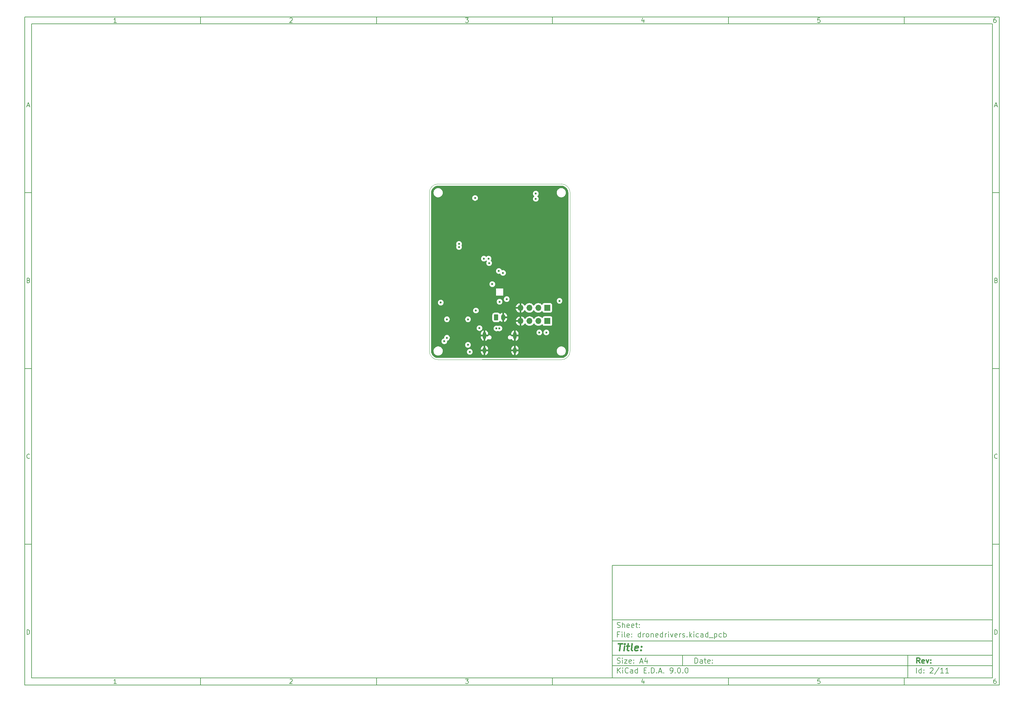
<source format=gbr>
%TF.GenerationSoftware,KiCad,Pcbnew,9.0.0*%
%TF.CreationDate,2025-03-29T01:57:50-05:00*%
%TF.ProjectId,dronedrivers,64726f6e-6564-4726-9976-6572732e6b69,rev?*%
%TF.SameCoordinates,Original*%
%TF.FileFunction,Copper,L2,Inr*%
%TF.FilePolarity,Positive*%
%FSLAX46Y46*%
G04 Gerber Fmt 4.6, Leading zero omitted, Abs format (unit mm)*
G04 Created by KiCad (PCBNEW 9.0.0) date 2025-03-29 01:57:50*
%MOMM*%
%LPD*%
G01*
G04 APERTURE LIST*
G04 Aperture macros list*
%AMRoundRect*
0 Rectangle with rounded corners*
0 $1 Rounding radius*
0 $2 $3 $4 $5 $6 $7 $8 $9 X,Y pos of 4 corners*
0 Add a 4 corners polygon primitive as box body*
4,1,4,$2,$3,$4,$5,$6,$7,$8,$9,$2,$3,0*
0 Add four circle primitives for the rounded corners*
1,1,$1+$1,$2,$3*
1,1,$1+$1,$4,$5*
1,1,$1+$1,$6,$7*
1,1,$1+$1,$8,$9*
0 Add four rect primitives between the rounded corners*
20,1,$1+$1,$2,$3,$4,$5,0*
20,1,$1+$1,$4,$5,$6,$7,0*
20,1,$1+$1,$6,$7,$8,$9,0*
20,1,$1+$1,$8,$9,$2,$3,0*%
G04 Aperture macros list end*
%ADD10C,0.100000*%
%ADD11C,0.150000*%
%ADD12C,0.300000*%
%ADD13C,0.400000*%
%TA.AperFunction,HeatsinkPad*%
%ADD14C,0.600000*%
%TD*%
%TA.AperFunction,HeatsinkPad*%
%ADD15O,1.000000X1.800000*%
%TD*%
%TA.AperFunction,HeatsinkPad*%
%ADD16O,1.000000X2.100000*%
%TD*%
%TA.AperFunction,ComponentPad*%
%ADD17R,1.700000X1.700000*%
%TD*%
%TA.AperFunction,ComponentPad*%
%ADD18O,1.700000X1.700000*%
%TD*%
%TA.AperFunction,ComponentPad*%
%ADD19O,1.200000X1.750000*%
%TD*%
%TA.AperFunction,ComponentPad*%
%ADD20RoundRect,0.250000X-0.350000X-0.625000X0.350000X-0.625000X0.350000X0.625000X-0.350000X0.625000X0*%
%TD*%
%TA.AperFunction,ViaPad*%
%ADD21C,0.600000*%
%TD*%
%TA.AperFunction,Profile*%
%ADD22C,0.050000*%
%TD*%
G04 APERTURE END LIST*
D10*
D11*
X177002200Y-166007200D02*
X285002200Y-166007200D01*
X285002200Y-198007200D01*
X177002200Y-198007200D01*
X177002200Y-166007200D01*
D10*
D11*
X10000000Y-10000000D02*
X287002200Y-10000000D01*
X287002200Y-200007200D01*
X10000000Y-200007200D01*
X10000000Y-10000000D01*
D10*
D11*
X12000000Y-12000000D02*
X285002200Y-12000000D01*
X285002200Y-198007200D01*
X12000000Y-198007200D01*
X12000000Y-12000000D01*
D10*
D11*
X60000000Y-12000000D02*
X60000000Y-10000000D01*
D10*
D11*
X110000000Y-12000000D02*
X110000000Y-10000000D01*
D10*
D11*
X160000000Y-12000000D02*
X160000000Y-10000000D01*
D10*
D11*
X210000000Y-12000000D02*
X210000000Y-10000000D01*
D10*
D11*
X260000000Y-12000000D02*
X260000000Y-10000000D01*
D10*
D11*
X36089160Y-11593604D02*
X35346303Y-11593604D01*
X35717731Y-11593604D02*
X35717731Y-10293604D01*
X35717731Y-10293604D02*
X35593922Y-10479319D01*
X35593922Y-10479319D02*
X35470112Y-10603128D01*
X35470112Y-10603128D02*
X35346303Y-10665033D01*
D10*
D11*
X85346303Y-10417414D02*
X85408207Y-10355509D01*
X85408207Y-10355509D02*
X85532017Y-10293604D01*
X85532017Y-10293604D02*
X85841541Y-10293604D01*
X85841541Y-10293604D02*
X85965350Y-10355509D01*
X85965350Y-10355509D02*
X86027255Y-10417414D01*
X86027255Y-10417414D02*
X86089160Y-10541223D01*
X86089160Y-10541223D02*
X86089160Y-10665033D01*
X86089160Y-10665033D02*
X86027255Y-10850747D01*
X86027255Y-10850747D02*
X85284398Y-11593604D01*
X85284398Y-11593604D02*
X86089160Y-11593604D01*
D10*
D11*
X135284398Y-10293604D02*
X136089160Y-10293604D01*
X136089160Y-10293604D02*
X135655826Y-10788842D01*
X135655826Y-10788842D02*
X135841541Y-10788842D01*
X135841541Y-10788842D02*
X135965350Y-10850747D01*
X135965350Y-10850747D02*
X136027255Y-10912652D01*
X136027255Y-10912652D02*
X136089160Y-11036461D01*
X136089160Y-11036461D02*
X136089160Y-11345985D01*
X136089160Y-11345985D02*
X136027255Y-11469795D01*
X136027255Y-11469795D02*
X135965350Y-11531700D01*
X135965350Y-11531700D02*
X135841541Y-11593604D01*
X135841541Y-11593604D02*
X135470112Y-11593604D01*
X135470112Y-11593604D02*
X135346303Y-11531700D01*
X135346303Y-11531700D02*
X135284398Y-11469795D01*
D10*
D11*
X185965350Y-10726938D02*
X185965350Y-11593604D01*
X185655826Y-10231700D02*
X185346303Y-11160271D01*
X185346303Y-11160271D02*
X186151064Y-11160271D01*
D10*
D11*
X236027255Y-10293604D02*
X235408207Y-10293604D01*
X235408207Y-10293604D02*
X235346303Y-10912652D01*
X235346303Y-10912652D02*
X235408207Y-10850747D01*
X235408207Y-10850747D02*
X235532017Y-10788842D01*
X235532017Y-10788842D02*
X235841541Y-10788842D01*
X235841541Y-10788842D02*
X235965350Y-10850747D01*
X235965350Y-10850747D02*
X236027255Y-10912652D01*
X236027255Y-10912652D02*
X236089160Y-11036461D01*
X236089160Y-11036461D02*
X236089160Y-11345985D01*
X236089160Y-11345985D02*
X236027255Y-11469795D01*
X236027255Y-11469795D02*
X235965350Y-11531700D01*
X235965350Y-11531700D02*
X235841541Y-11593604D01*
X235841541Y-11593604D02*
X235532017Y-11593604D01*
X235532017Y-11593604D02*
X235408207Y-11531700D01*
X235408207Y-11531700D02*
X235346303Y-11469795D01*
D10*
D11*
X285965350Y-10293604D02*
X285717731Y-10293604D01*
X285717731Y-10293604D02*
X285593922Y-10355509D01*
X285593922Y-10355509D02*
X285532017Y-10417414D01*
X285532017Y-10417414D02*
X285408207Y-10603128D01*
X285408207Y-10603128D02*
X285346303Y-10850747D01*
X285346303Y-10850747D02*
X285346303Y-11345985D01*
X285346303Y-11345985D02*
X285408207Y-11469795D01*
X285408207Y-11469795D02*
X285470112Y-11531700D01*
X285470112Y-11531700D02*
X285593922Y-11593604D01*
X285593922Y-11593604D02*
X285841541Y-11593604D01*
X285841541Y-11593604D02*
X285965350Y-11531700D01*
X285965350Y-11531700D02*
X286027255Y-11469795D01*
X286027255Y-11469795D02*
X286089160Y-11345985D01*
X286089160Y-11345985D02*
X286089160Y-11036461D01*
X286089160Y-11036461D02*
X286027255Y-10912652D01*
X286027255Y-10912652D02*
X285965350Y-10850747D01*
X285965350Y-10850747D02*
X285841541Y-10788842D01*
X285841541Y-10788842D02*
X285593922Y-10788842D01*
X285593922Y-10788842D02*
X285470112Y-10850747D01*
X285470112Y-10850747D02*
X285408207Y-10912652D01*
X285408207Y-10912652D02*
X285346303Y-11036461D01*
D10*
D11*
X60000000Y-198007200D02*
X60000000Y-200007200D01*
D10*
D11*
X110000000Y-198007200D02*
X110000000Y-200007200D01*
D10*
D11*
X160000000Y-198007200D02*
X160000000Y-200007200D01*
D10*
D11*
X210000000Y-198007200D02*
X210000000Y-200007200D01*
D10*
D11*
X260000000Y-198007200D02*
X260000000Y-200007200D01*
D10*
D11*
X36089160Y-199600804D02*
X35346303Y-199600804D01*
X35717731Y-199600804D02*
X35717731Y-198300804D01*
X35717731Y-198300804D02*
X35593922Y-198486519D01*
X35593922Y-198486519D02*
X35470112Y-198610328D01*
X35470112Y-198610328D02*
X35346303Y-198672233D01*
D10*
D11*
X85346303Y-198424614D02*
X85408207Y-198362709D01*
X85408207Y-198362709D02*
X85532017Y-198300804D01*
X85532017Y-198300804D02*
X85841541Y-198300804D01*
X85841541Y-198300804D02*
X85965350Y-198362709D01*
X85965350Y-198362709D02*
X86027255Y-198424614D01*
X86027255Y-198424614D02*
X86089160Y-198548423D01*
X86089160Y-198548423D02*
X86089160Y-198672233D01*
X86089160Y-198672233D02*
X86027255Y-198857947D01*
X86027255Y-198857947D02*
X85284398Y-199600804D01*
X85284398Y-199600804D02*
X86089160Y-199600804D01*
D10*
D11*
X135284398Y-198300804D02*
X136089160Y-198300804D01*
X136089160Y-198300804D02*
X135655826Y-198796042D01*
X135655826Y-198796042D02*
X135841541Y-198796042D01*
X135841541Y-198796042D02*
X135965350Y-198857947D01*
X135965350Y-198857947D02*
X136027255Y-198919852D01*
X136027255Y-198919852D02*
X136089160Y-199043661D01*
X136089160Y-199043661D02*
X136089160Y-199353185D01*
X136089160Y-199353185D02*
X136027255Y-199476995D01*
X136027255Y-199476995D02*
X135965350Y-199538900D01*
X135965350Y-199538900D02*
X135841541Y-199600804D01*
X135841541Y-199600804D02*
X135470112Y-199600804D01*
X135470112Y-199600804D02*
X135346303Y-199538900D01*
X135346303Y-199538900D02*
X135284398Y-199476995D01*
D10*
D11*
X185965350Y-198734138D02*
X185965350Y-199600804D01*
X185655826Y-198238900D02*
X185346303Y-199167471D01*
X185346303Y-199167471D02*
X186151064Y-199167471D01*
D10*
D11*
X236027255Y-198300804D02*
X235408207Y-198300804D01*
X235408207Y-198300804D02*
X235346303Y-198919852D01*
X235346303Y-198919852D02*
X235408207Y-198857947D01*
X235408207Y-198857947D02*
X235532017Y-198796042D01*
X235532017Y-198796042D02*
X235841541Y-198796042D01*
X235841541Y-198796042D02*
X235965350Y-198857947D01*
X235965350Y-198857947D02*
X236027255Y-198919852D01*
X236027255Y-198919852D02*
X236089160Y-199043661D01*
X236089160Y-199043661D02*
X236089160Y-199353185D01*
X236089160Y-199353185D02*
X236027255Y-199476995D01*
X236027255Y-199476995D02*
X235965350Y-199538900D01*
X235965350Y-199538900D02*
X235841541Y-199600804D01*
X235841541Y-199600804D02*
X235532017Y-199600804D01*
X235532017Y-199600804D02*
X235408207Y-199538900D01*
X235408207Y-199538900D02*
X235346303Y-199476995D01*
D10*
D11*
X285965350Y-198300804D02*
X285717731Y-198300804D01*
X285717731Y-198300804D02*
X285593922Y-198362709D01*
X285593922Y-198362709D02*
X285532017Y-198424614D01*
X285532017Y-198424614D02*
X285408207Y-198610328D01*
X285408207Y-198610328D02*
X285346303Y-198857947D01*
X285346303Y-198857947D02*
X285346303Y-199353185D01*
X285346303Y-199353185D02*
X285408207Y-199476995D01*
X285408207Y-199476995D02*
X285470112Y-199538900D01*
X285470112Y-199538900D02*
X285593922Y-199600804D01*
X285593922Y-199600804D02*
X285841541Y-199600804D01*
X285841541Y-199600804D02*
X285965350Y-199538900D01*
X285965350Y-199538900D02*
X286027255Y-199476995D01*
X286027255Y-199476995D02*
X286089160Y-199353185D01*
X286089160Y-199353185D02*
X286089160Y-199043661D01*
X286089160Y-199043661D02*
X286027255Y-198919852D01*
X286027255Y-198919852D02*
X285965350Y-198857947D01*
X285965350Y-198857947D02*
X285841541Y-198796042D01*
X285841541Y-198796042D02*
X285593922Y-198796042D01*
X285593922Y-198796042D02*
X285470112Y-198857947D01*
X285470112Y-198857947D02*
X285408207Y-198919852D01*
X285408207Y-198919852D02*
X285346303Y-199043661D01*
D10*
D11*
X10000000Y-60000000D02*
X12000000Y-60000000D01*
D10*
D11*
X10000000Y-110000000D02*
X12000000Y-110000000D01*
D10*
D11*
X10000000Y-160000000D02*
X12000000Y-160000000D01*
D10*
D11*
X10690476Y-35222176D02*
X11309523Y-35222176D01*
X10566666Y-35593604D02*
X10999999Y-34293604D01*
X10999999Y-34293604D02*
X11433333Y-35593604D01*
D10*
D11*
X11092857Y-84912652D02*
X11278571Y-84974557D01*
X11278571Y-84974557D02*
X11340476Y-85036461D01*
X11340476Y-85036461D02*
X11402380Y-85160271D01*
X11402380Y-85160271D02*
X11402380Y-85345985D01*
X11402380Y-85345985D02*
X11340476Y-85469795D01*
X11340476Y-85469795D02*
X11278571Y-85531700D01*
X11278571Y-85531700D02*
X11154761Y-85593604D01*
X11154761Y-85593604D02*
X10659523Y-85593604D01*
X10659523Y-85593604D02*
X10659523Y-84293604D01*
X10659523Y-84293604D02*
X11092857Y-84293604D01*
X11092857Y-84293604D02*
X11216666Y-84355509D01*
X11216666Y-84355509D02*
X11278571Y-84417414D01*
X11278571Y-84417414D02*
X11340476Y-84541223D01*
X11340476Y-84541223D02*
X11340476Y-84665033D01*
X11340476Y-84665033D02*
X11278571Y-84788842D01*
X11278571Y-84788842D02*
X11216666Y-84850747D01*
X11216666Y-84850747D02*
X11092857Y-84912652D01*
X11092857Y-84912652D02*
X10659523Y-84912652D01*
D10*
D11*
X11402380Y-135469795D02*
X11340476Y-135531700D01*
X11340476Y-135531700D02*
X11154761Y-135593604D01*
X11154761Y-135593604D02*
X11030952Y-135593604D01*
X11030952Y-135593604D02*
X10845238Y-135531700D01*
X10845238Y-135531700D02*
X10721428Y-135407890D01*
X10721428Y-135407890D02*
X10659523Y-135284080D01*
X10659523Y-135284080D02*
X10597619Y-135036461D01*
X10597619Y-135036461D02*
X10597619Y-134850747D01*
X10597619Y-134850747D02*
X10659523Y-134603128D01*
X10659523Y-134603128D02*
X10721428Y-134479319D01*
X10721428Y-134479319D02*
X10845238Y-134355509D01*
X10845238Y-134355509D02*
X11030952Y-134293604D01*
X11030952Y-134293604D02*
X11154761Y-134293604D01*
X11154761Y-134293604D02*
X11340476Y-134355509D01*
X11340476Y-134355509D02*
X11402380Y-134417414D01*
D10*
D11*
X10659523Y-185593604D02*
X10659523Y-184293604D01*
X10659523Y-184293604D02*
X10969047Y-184293604D01*
X10969047Y-184293604D02*
X11154761Y-184355509D01*
X11154761Y-184355509D02*
X11278571Y-184479319D01*
X11278571Y-184479319D02*
X11340476Y-184603128D01*
X11340476Y-184603128D02*
X11402380Y-184850747D01*
X11402380Y-184850747D02*
X11402380Y-185036461D01*
X11402380Y-185036461D02*
X11340476Y-185284080D01*
X11340476Y-185284080D02*
X11278571Y-185407890D01*
X11278571Y-185407890D02*
X11154761Y-185531700D01*
X11154761Y-185531700D02*
X10969047Y-185593604D01*
X10969047Y-185593604D02*
X10659523Y-185593604D01*
D10*
D11*
X287002200Y-60000000D02*
X285002200Y-60000000D01*
D10*
D11*
X287002200Y-110000000D02*
X285002200Y-110000000D01*
D10*
D11*
X287002200Y-160000000D02*
X285002200Y-160000000D01*
D10*
D11*
X285692676Y-35222176D02*
X286311723Y-35222176D01*
X285568866Y-35593604D02*
X286002199Y-34293604D01*
X286002199Y-34293604D02*
X286435533Y-35593604D01*
D10*
D11*
X286095057Y-84912652D02*
X286280771Y-84974557D01*
X286280771Y-84974557D02*
X286342676Y-85036461D01*
X286342676Y-85036461D02*
X286404580Y-85160271D01*
X286404580Y-85160271D02*
X286404580Y-85345985D01*
X286404580Y-85345985D02*
X286342676Y-85469795D01*
X286342676Y-85469795D02*
X286280771Y-85531700D01*
X286280771Y-85531700D02*
X286156961Y-85593604D01*
X286156961Y-85593604D02*
X285661723Y-85593604D01*
X285661723Y-85593604D02*
X285661723Y-84293604D01*
X285661723Y-84293604D02*
X286095057Y-84293604D01*
X286095057Y-84293604D02*
X286218866Y-84355509D01*
X286218866Y-84355509D02*
X286280771Y-84417414D01*
X286280771Y-84417414D02*
X286342676Y-84541223D01*
X286342676Y-84541223D02*
X286342676Y-84665033D01*
X286342676Y-84665033D02*
X286280771Y-84788842D01*
X286280771Y-84788842D02*
X286218866Y-84850747D01*
X286218866Y-84850747D02*
X286095057Y-84912652D01*
X286095057Y-84912652D02*
X285661723Y-84912652D01*
D10*
D11*
X286404580Y-135469795D02*
X286342676Y-135531700D01*
X286342676Y-135531700D02*
X286156961Y-135593604D01*
X286156961Y-135593604D02*
X286033152Y-135593604D01*
X286033152Y-135593604D02*
X285847438Y-135531700D01*
X285847438Y-135531700D02*
X285723628Y-135407890D01*
X285723628Y-135407890D02*
X285661723Y-135284080D01*
X285661723Y-135284080D02*
X285599819Y-135036461D01*
X285599819Y-135036461D02*
X285599819Y-134850747D01*
X285599819Y-134850747D02*
X285661723Y-134603128D01*
X285661723Y-134603128D02*
X285723628Y-134479319D01*
X285723628Y-134479319D02*
X285847438Y-134355509D01*
X285847438Y-134355509D02*
X286033152Y-134293604D01*
X286033152Y-134293604D02*
X286156961Y-134293604D01*
X286156961Y-134293604D02*
X286342676Y-134355509D01*
X286342676Y-134355509D02*
X286404580Y-134417414D01*
D10*
D11*
X285661723Y-185593604D02*
X285661723Y-184293604D01*
X285661723Y-184293604D02*
X285971247Y-184293604D01*
X285971247Y-184293604D02*
X286156961Y-184355509D01*
X286156961Y-184355509D02*
X286280771Y-184479319D01*
X286280771Y-184479319D02*
X286342676Y-184603128D01*
X286342676Y-184603128D02*
X286404580Y-184850747D01*
X286404580Y-184850747D02*
X286404580Y-185036461D01*
X286404580Y-185036461D02*
X286342676Y-185284080D01*
X286342676Y-185284080D02*
X286280771Y-185407890D01*
X286280771Y-185407890D02*
X286156961Y-185531700D01*
X286156961Y-185531700D02*
X285971247Y-185593604D01*
X285971247Y-185593604D02*
X285661723Y-185593604D01*
D10*
D11*
X200458026Y-193793328D02*
X200458026Y-192293328D01*
X200458026Y-192293328D02*
X200815169Y-192293328D01*
X200815169Y-192293328D02*
X201029455Y-192364757D01*
X201029455Y-192364757D02*
X201172312Y-192507614D01*
X201172312Y-192507614D02*
X201243741Y-192650471D01*
X201243741Y-192650471D02*
X201315169Y-192936185D01*
X201315169Y-192936185D02*
X201315169Y-193150471D01*
X201315169Y-193150471D02*
X201243741Y-193436185D01*
X201243741Y-193436185D02*
X201172312Y-193579042D01*
X201172312Y-193579042D02*
X201029455Y-193721900D01*
X201029455Y-193721900D02*
X200815169Y-193793328D01*
X200815169Y-193793328D02*
X200458026Y-193793328D01*
X202600884Y-193793328D02*
X202600884Y-193007614D01*
X202600884Y-193007614D02*
X202529455Y-192864757D01*
X202529455Y-192864757D02*
X202386598Y-192793328D01*
X202386598Y-192793328D02*
X202100884Y-192793328D01*
X202100884Y-192793328D02*
X201958026Y-192864757D01*
X202600884Y-193721900D02*
X202458026Y-193793328D01*
X202458026Y-193793328D02*
X202100884Y-193793328D01*
X202100884Y-193793328D02*
X201958026Y-193721900D01*
X201958026Y-193721900D02*
X201886598Y-193579042D01*
X201886598Y-193579042D02*
X201886598Y-193436185D01*
X201886598Y-193436185D02*
X201958026Y-193293328D01*
X201958026Y-193293328D02*
X202100884Y-193221900D01*
X202100884Y-193221900D02*
X202458026Y-193221900D01*
X202458026Y-193221900D02*
X202600884Y-193150471D01*
X203100884Y-192793328D02*
X203672312Y-192793328D01*
X203315169Y-192293328D02*
X203315169Y-193579042D01*
X203315169Y-193579042D02*
X203386598Y-193721900D01*
X203386598Y-193721900D02*
X203529455Y-193793328D01*
X203529455Y-193793328D02*
X203672312Y-193793328D01*
X204743741Y-193721900D02*
X204600884Y-193793328D01*
X204600884Y-193793328D02*
X204315170Y-193793328D01*
X204315170Y-193793328D02*
X204172312Y-193721900D01*
X204172312Y-193721900D02*
X204100884Y-193579042D01*
X204100884Y-193579042D02*
X204100884Y-193007614D01*
X204100884Y-193007614D02*
X204172312Y-192864757D01*
X204172312Y-192864757D02*
X204315170Y-192793328D01*
X204315170Y-192793328D02*
X204600884Y-192793328D01*
X204600884Y-192793328D02*
X204743741Y-192864757D01*
X204743741Y-192864757D02*
X204815170Y-193007614D01*
X204815170Y-193007614D02*
X204815170Y-193150471D01*
X204815170Y-193150471D02*
X204100884Y-193293328D01*
X205458026Y-193650471D02*
X205529455Y-193721900D01*
X205529455Y-193721900D02*
X205458026Y-193793328D01*
X205458026Y-193793328D02*
X205386598Y-193721900D01*
X205386598Y-193721900D02*
X205458026Y-193650471D01*
X205458026Y-193650471D02*
X205458026Y-193793328D01*
X205458026Y-192864757D02*
X205529455Y-192936185D01*
X205529455Y-192936185D02*
X205458026Y-193007614D01*
X205458026Y-193007614D02*
X205386598Y-192936185D01*
X205386598Y-192936185D02*
X205458026Y-192864757D01*
X205458026Y-192864757D02*
X205458026Y-193007614D01*
D10*
D11*
X177002200Y-194507200D02*
X285002200Y-194507200D01*
D10*
D11*
X178458026Y-196593328D02*
X178458026Y-195093328D01*
X179315169Y-196593328D02*
X178672312Y-195736185D01*
X179315169Y-195093328D02*
X178458026Y-195950471D01*
X179958026Y-196593328D02*
X179958026Y-195593328D01*
X179958026Y-195093328D02*
X179886598Y-195164757D01*
X179886598Y-195164757D02*
X179958026Y-195236185D01*
X179958026Y-195236185D02*
X180029455Y-195164757D01*
X180029455Y-195164757D02*
X179958026Y-195093328D01*
X179958026Y-195093328D02*
X179958026Y-195236185D01*
X181529455Y-196450471D02*
X181458027Y-196521900D01*
X181458027Y-196521900D02*
X181243741Y-196593328D01*
X181243741Y-196593328D02*
X181100884Y-196593328D01*
X181100884Y-196593328D02*
X180886598Y-196521900D01*
X180886598Y-196521900D02*
X180743741Y-196379042D01*
X180743741Y-196379042D02*
X180672312Y-196236185D01*
X180672312Y-196236185D02*
X180600884Y-195950471D01*
X180600884Y-195950471D02*
X180600884Y-195736185D01*
X180600884Y-195736185D02*
X180672312Y-195450471D01*
X180672312Y-195450471D02*
X180743741Y-195307614D01*
X180743741Y-195307614D02*
X180886598Y-195164757D01*
X180886598Y-195164757D02*
X181100884Y-195093328D01*
X181100884Y-195093328D02*
X181243741Y-195093328D01*
X181243741Y-195093328D02*
X181458027Y-195164757D01*
X181458027Y-195164757D02*
X181529455Y-195236185D01*
X182815170Y-196593328D02*
X182815170Y-195807614D01*
X182815170Y-195807614D02*
X182743741Y-195664757D01*
X182743741Y-195664757D02*
X182600884Y-195593328D01*
X182600884Y-195593328D02*
X182315170Y-195593328D01*
X182315170Y-195593328D02*
X182172312Y-195664757D01*
X182815170Y-196521900D02*
X182672312Y-196593328D01*
X182672312Y-196593328D02*
X182315170Y-196593328D01*
X182315170Y-196593328D02*
X182172312Y-196521900D01*
X182172312Y-196521900D02*
X182100884Y-196379042D01*
X182100884Y-196379042D02*
X182100884Y-196236185D01*
X182100884Y-196236185D02*
X182172312Y-196093328D01*
X182172312Y-196093328D02*
X182315170Y-196021900D01*
X182315170Y-196021900D02*
X182672312Y-196021900D01*
X182672312Y-196021900D02*
X182815170Y-195950471D01*
X184172313Y-196593328D02*
X184172313Y-195093328D01*
X184172313Y-196521900D02*
X184029455Y-196593328D01*
X184029455Y-196593328D02*
X183743741Y-196593328D01*
X183743741Y-196593328D02*
X183600884Y-196521900D01*
X183600884Y-196521900D02*
X183529455Y-196450471D01*
X183529455Y-196450471D02*
X183458027Y-196307614D01*
X183458027Y-196307614D02*
X183458027Y-195879042D01*
X183458027Y-195879042D02*
X183529455Y-195736185D01*
X183529455Y-195736185D02*
X183600884Y-195664757D01*
X183600884Y-195664757D02*
X183743741Y-195593328D01*
X183743741Y-195593328D02*
X184029455Y-195593328D01*
X184029455Y-195593328D02*
X184172313Y-195664757D01*
X186029455Y-195807614D02*
X186529455Y-195807614D01*
X186743741Y-196593328D02*
X186029455Y-196593328D01*
X186029455Y-196593328D02*
X186029455Y-195093328D01*
X186029455Y-195093328D02*
X186743741Y-195093328D01*
X187386598Y-196450471D02*
X187458027Y-196521900D01*
X187458027Y-196521900D02*
X187386598Y-196593328D01*
X187386598Y-196593328D02*
X187315170Y-196521900D01*
X187315170Y-196521900D02*
X187386598Y-196450471D01*
X187386598Y-196450471D02*
X187386598Y-196593328D01*
X188100884Y-196593328D02*
X188100884Y-195093328D01*
X188100884Y-195093328D02*
X188458027Y-195093328D01*
X188458027Y-195093328D02*
X188672313Y-195164757D01*
X188672313Y-195164757D02*
X188815170Y-195307614D01*
X188815170Y-195307614D02*
X188886599Y-195450471D01*
X188886599Y-195450471D02*
X188958027Y-195736185D01*
X188958027Y-195736185D02*
X188958027Y-195950471D01*
X188958027Y-195950471D02*
X188886599Y-196236185D01*
X188886599Y-196236185D02*
X188815170Y-196379042D01*
X188815170Y-196379042D02*
X188672313Y-196521900D01*
X188672313Y-196521900D02*
X188458027Y-196593328D01*
X188458027Y-196593328D02*
X188100884Y-196593328D01*
X189600884Y-196450471D02*
X189672313Y-196521900D01*
X189672313Y-196521900D02*
X189600884Y-196593328D01*
X189600884Y-196593328D02*
X189529456Y-196521900D01*
X189529456Y-196521900D02*
X189600884Y-196450471D01*
X189600884Y-196450471D02*
X189600884Y-196593328D01*
X190243742Y-196164757D02*
X190958028Y-196164757D01*
X190100885Y-196593328D02*
X190600885Y-195093328D01*
X190600885Y-195093328D02*
X191100885Y-196593328D01*
X191600884Y-196450471D02*
X191672313Y-196521900D01*
X191672313Y-196521900D02*
X191600884Y-196593328D01*
X191600884Y-196593328D02*
X191529456Y-196521900D01*
X191529456Y-196521900D02*
X191600884Y-196450471D01*
X191600884Y-196450471D02*
X191600884Y-196593328D01*
X193529456Y-196593328D02*
X193815170Y-196593328D01*
X193815170Y-196593328D02*
X193958027Y-196521900D01*
X193958027Y-196521900D02*
X194029456Y-196450471D01*
X194029456Y-196450471D02*
X194172313Y-196236185D01*
X194172313Y-196236185D02*
X194243742Y-195950471D01*
X194243742Y-195950471D02*
X194243742Y-195379042D01*
X194243742Y-195379042D02*
X194172313Y-195236185D01*
X194172313Y-195236185D02*
X194100885Y-195164757D01*
X194100885Y-195164757D02*
X193958027Y-195093328D01*
X193958027Y-195093328D02*
X193672313Y-195093328D01*
X193672313Y-195093328D02*
X193529456Y-195164757D01*
X193529456Y-195164757D02*
X193458027Y-195236185D01*
X193458027Y-195236185D02*
X193386599Y-195379042D01*
X193386599Y-195379042D02*
X193386599Y-195736185D01*
X193386599Y-195736185D02*
X193458027Y-195879042D01*
X193458027Y-195879042D02*
X193529456Y-195950471D01*
X193529456Y-195950471D02*
X193672313Y-196021900D01*
X193672313Y-196021900D02*
X193958027Y-196021900D01*
X193958027Y-196021900D02*
X194100885Y-195950471D01*
X194100885Y-195950471D02*
X194172313Y-195879042D01*
X194172313Y-195879042D02*
X194243742Y-195736185D01*
X194886598Y-196450471D02*
X194958027Y-196521900D01*
X194958027Y-196521900D02*
X194886598Y-196593328D01*
X194886598Y-196593328D02*
X194815170Y-196521900D01*
X194815170Y-196521900D02*
X194886598Y-196450471D01*
X194886598Y-196450471D02*
X194886598Y-196593328D01*
X195886599Y-195093328D02*
X196029456Y-195093328D01*
X196029456Y-195093328D02*
X196172313Y-195164757D01*
X196172313Y-195164757D02*
X196243742Y-195236185D01*
X196243742Y-195236185D02*
X196315170Y-195379042D01*
X196315170Y-195379042D02*
X196386599Y-195664757D01*
X196386599Y-195664757D02*
X196386599Y-196021900D01*
X196386599Y-196021900D02*
X196315170Y-196307614D01*
X196315170Y-196307614D02*
X196243742Y-196450471D01*
X196243742Y-196450471D02*
X196172313Y-196521900D01*
X196172313Y-196521900D02*
X196029456Y-196593328D01*
X196029456Y-196593328D02*
X195886599Y-196593328D01*
X195886599Y-196593328D02*
X195743742Y-196521900D01*
X195743742Y-196521900D02*
X195672313Y-196450471D01*
X195672313Y-196450471D02*
X195600884Y-196307614D01*
X195600884Y-196307614D02*
X195529456Y-196021900D01*
X195529456Y-196021900D02*
X195529456Y-195664757D01*
X195529456Y-195664757D02*
X195600884Y-195379042D01*
X195600884Y-195379042D02*
X195672313Y-195236185D01*
X195672313Y-195236185D02*
X195743742Y-195164757D01*
X195743742Y-195164757D02*
X195886599Y-195093328D01*
X197029455Y-196450471D02*
X197100884Y-196521900D01*
X197100884Y-196521900D02*
X197029455Y-196593328D01*
X197029455Y-196593328D02*
X196958027Y-196521900D01*
X196958027Y-196521900D02*
X197029455Y-196450471D01*
X197029455Y-196450471D02*
X197029455Y-196593328D01*
X198029456Y-195093328D02*
X198172313Y-195093328D01*
X198172313Y-195093328D02*
X198315170Y-195164757D01*
X198315170Y-195164757D02*
X198386599Y-195236185D01*
X198386599Y-195236185D02*
X198458027Y-195379042D01*
X198458027Y-195379042D02*
X198529456Y-195664757D01*
X198529456Y-195664757D02*
X198529456Y-196021900D01*
X198529456Y-196021900D02*
X198458027Y-196307614D01*
X198458027Y-196307614D02*
X198386599Y-196450471D01*
X198386599Y-196450471D02*
X198315170Y-196521900D01*
X198315170Y-196521900D02*
X198172313Y-196593328D01*
X198172313Y-196593328D02*
X198029456Y-196593328D01*
X198029456Y-196593328D02*
X197886599Y-196521900D01*
X197886599Y-196521900D02*
X197815170Y-196450471D01*
X197815170Y-196450471D02*
X197743741Y-196307614D01*
X197743741Y-196307614D02*
X197672313Y-196021900D01*
X197672313Y-196021900D02*
X197672313Y-195664757D01*
X197672313Y-195664757D02*
X197743741Y-195379042D01*
X197743741Y-195379042D02*
X197815170Y-195236185D01*
X197815170Y-195236185D02*
X197886599Y-195164757D01*
X197886599Y-195164757D02*
X198029456Y-195093328D01*
D10*
D11*
X177002200Y-191507200D02*
X285002200Y-191507200D01*
D10*
D12*
X264413853Y-193785528D02*
X263913853Y-193071242D01*
X263556710Y-193785528D02*
X263556710Y-192285528D01*
X263556710Y-192285528D02*
X264128139Y-192285528D01*
X264128139Y-192285528D02*
X264270996Y-192356957D01*
X264270996Y-192356957D02*
X264342425Y-192428385D01*
X264342425Y-192428385D02*
X264413853Y-192571242D01*
X264413853Y-192571242D02*
X264413853Y-192785528D01*
X264413853Y-192785528D02*
X264342425Y-192928385D01*
X264342425Y-192928385D02*
X264270996Y-192999814D01*
X264270996Y-192999814D02*
X264128139Y-193071242D01*
X264128139Y-193071242D02*
X263556710Y-193071242D01*
X265628139Y-193714100D02*
X265485282Y-193785528D01*
X265485282Y-193785528D02*
X265199568Y-193785528D01*
X265199568Y-193785528D02*
X265056710Y-193714100D01*
X265056710Y-193714100D02*
X264985282Y-193571242D01*
X264985282Y-193571242D02*
X264985282Y-192999814D01*
X264985282Y-192999814D02*
X265056710Y-192856957D01*
X265056710Y-192856957D02*
X265199568Y-192785528D01*
X265199568Y-192785528D02*
X265485282Y-192785528D01*
X265485282Y-192785528D02*
X265628139Y-192856957D01*
X265628139Y-192856957D02*
X265699568Y-192999814D01*
X265699568Y-192999814D02*
X265699568Y-193142671D01*
X265699568Y-193142671D02*
X264985282Y-193285528D01*
X266199567Y-192785528D02*
X266556710Y-193785528D01*
X266556710Y-193785528D02*
X266913853Y-192785528D01*
X267485281Y-193642671D02*
X267556710Y-193714100D01*
X267556710Y-193714100D02*
X267485281Y-193785528D01*
X267485281Y-193785528D02*
X267413853Y-193714100D01*
X267413853Y-193714100D02*
X267485281Y-193642671D01*
X267485281Y-193642671D02*
X267485281Y-193785528D01*
X267485281Y-192856957D02*
X267556710Y-192928385D01*
X267556710Y-192928385D02*
X267485281Y-192999814D01*
X267485281Y-192999814D02*
X267413853Y-192928385D01*
X267413853Y-192928385D02*
X267485281Y-192856957D01*
X267485281Y-192856957D02*
X267485281Y-192999814D01*
D10*
D11*
X178386598Y-193721900D02*
X178600884Y-193793328D01*
X178600884Y-193793328D02*
X178958026Y-193793328D01*
X178958026Y-193793328D02*
X179100884Y-193721900D01*
X179100884Y-193721900D02*
X179172312Y-193650471D01*
X179172312Y-193650471D02*
X179243741Y-193507614D01*
X179243741Y-193507614D02*
X179243741Y-193364757D01*
X179243741Y-193364757D02*
X179172312Y-193221900D01*
X179172312Y-193221900D02*
X179100884Y-193150471D01*
X179100884Y-193150471D02*
X178958026Y-193079042D01*
X178958026Y-193079042D02*
X178672312Y-193007614D01*
X178672312Y-193007614D02*
X178529455Y-192936185D01*
X178529455Y-192936185D02*
X178458026Y-192864757D01*
X178458026Y-192864757D02*
X178386598Y-192721900D01*
X178386598Y-192721900D02*
X178386598Y-192579042D01*
X178386598Y-192579042D02*
X178458026Y-192436185D01*
X178458026Y-192436185D02*
X178529455Y-192364757D01*
X178529455Y-192364757D02*
X178672312Y-192293328D01*
X178672312Y-192293328D02*
X179029455Y-192293328D01*
X179029455Y-192293328D02*
X179243741Y-192364757D01*
X179886597Y-193793328D02*
X179886597Y-192793328D01*
X179886597Y-192293328D02*
X179815169Y-192364757D01*
X179815169Y-192364757D02*
X179886597Y-192436185D01*
X179886597Y-192436185D02*
X179958026Y-192364757D01*
X179958026Y-192364757D02*
X179886597Y-192293328D01*
X179886597Y-192293328D02*
X179886597Y-192436185D01*
X180458026Y-192793328D02*
X181243741Y-192793328D01*
X181243741Y-192793328D02*
X180458026Y-193793328D01*
X180458026Y-193793328D02*
X181243741Y-193793328D01*
X182386598Y-193721900D02*
X182243741Y-193793328D01*
X182243741Y-193793328D02*
X181958027Y-193793328D01*
X181958027Y-193793328D02*
X181815169Y-193721900D01*
X181815169Y-193721900D02*
X181743741Y-193579042D01*
X181743741Y-193579042D02*
X181743741Y-193007614D01*
X181743741Y-193007614D02*
X181815169Y-192864757D01*
X181815169Y-192864757D02*
X181958027Y-192793328D01*
X181958027Y-192793328D02*
X182243741Y-192793328D01*
X182243741Y-192793328D02*
X182386598Y-192864757D01*
X182386598Y-192864757D02*
X182458027Y-193007614D01*
X182458027Y-193007614D02*
X182458027Y-193150471D01*
X182458027Y-193150471D02*
X181743741Y-193293328D01*
X183100883Y-193650471D02*
X183172312Y-193721900D01*
X183172312Y-193721900D02*
X183100883Y-193793328D01*
X183100883Y-193793328D02*
X183029455Y-193721900D01*
X183029455Y-193721900D02*
X183100883Y-193650471D01*
X183100883Y-193650471D02*
X183100883Y-193793328D01*
X183100883Y-192864757D02*
X183172312Y-192936185D01*
X183172312Y-192936185D02*
X183100883Y-193007614D01*
X183100883Y-193007614D02*
X183029455Y-192936185D01*
X183029455Y-192936185D02*
X183100883Y-192864757D01*
X183100883Y-192864757D02*
X183100883Y-193007614D01*
X184886598Y-193364757D02*
X185600884Y-193364757D01*
X184743741Y-193793328D02*
X185243741Y-192293328D01*
X185243741Y-192293328D02*
X185743741Y-193793328D01*
X186886598Y-192793328D02*
X186886598Y-193793328D01*
X186529455Y-192221900D02*
X186172312Y-193293328D01*
X186172312Y-193293328D02*
X187100883Y-193293328D01*
D10*
D11*
X263458026Y-196593328D02*
X263458026Y-195093328D01*
X264815170Y-196593328D02*
X264815170Y-195093328D01*
X264815170Y-196521900D02*
X264672312Y-196593328D01*
X264672312Y-196593328D02*
X264386598Y-196593328D01*
X264386598Y-196593328D02*
X264243741Y-196521900D01*
X264243741Y-196521900D02*
X264172312Y-196450471D01*
X264172312Y-196450471D02*
X264100884Y-196307614D01*
X264100884Y-196307614D02*
X264100884Y-195879042D01*
X264100884Y-195879042D02*
X264172312Y-195736185D01*
X264172312Y-195736185D02*
X264243741Y-195664757D01*
X264243741Y-195664757D02*
X264386598Y-195593328D01*
X264386598Y-195593328D02*
X264672312Y-195593328D01*
X264672312Y-195593328D02*
X264815170Y-195664757D01*
X265529455Y-196450471D02*
X265600884Y-196521900D01*
X265600884Y-196521900D02*
X265529455Y-196593328D01*
X265529455Y-196593328D02*
X265458027Y-196521900D01*
X265458027Y-196521900D02*
X265529455Y-196450471D01*
X265529455Y-196450471D02*
X265529455Y-196593328D01*
X265529455Y-195664757D02*
X265600884Y-195736185D01*
X265600884Y-195736185D02*
X265529455Y-195807614D01*
X265529455Y-195807614D02*
X265458027Y-195736185D01*
X265458027Y-195736185D02*
X265529455Y-195664757D01*
X265529455Y-195664757D02*
X265529455Y-195807614D01*
X267315170Y-195236185D02*
X267386598Y-195164757D01*
X267386598Y-195164757D02*
X267529456Y-195093328D01*
X267529456Y-195093328D02*
X267886598Y-195093328D01*
X267886598Y-195093328D02*
X268029456Y-195164757D01*
X268029456Y-195164757D02*
X268100884Y-195236185D01*
X268100884Y-195236185D02*
X268172313Y-195379042D01*
X268172313Y-195379042D02*
X268172313Y-195521900D01*
X268172313Y-195521900D02*
X268100884Y-195736185D01*
X268100884Y-195736185D02*
X267243741Y-196593328D01*
X267243741Y-196593328D02*
X268172313Y-196593328D01*
X269886598Y-195021900D02*
X268600884Y-196950471D01*
X271172313Y-196593328D02*
X270315170Y-196593328D01*
X270743741Y-196593328D02*
X270743741Y-195093328D01*
X270743741Y-195093328D02*
X270600884Y-195307614D01*
X270600884Y-195307614D02*
X270458027Y-195450471D01*
X270458027Y-195450471D02*
X270315170Y-195521900D01*
X272600884Y-196593328D02*
X271743741Y-196593328D01*
X272172312Y-196593328D02*
X272172312Y-195093328D01*
X272172312Y-195093328D02*
X272029455Y-195307614D01*
X272029455Y-195307614D02*
X271886598Y-195450471D01*
X271886598Y-195450471D02*
X271743741Y-195521900D01*
D10*
D11*
X177002200Y-187507200D02*
X285002200Y-187507200D01*
D10*
D13*
X178693928Y-188211638D02*
X179836785Y-188211638D01*
X179015357Y-190211638D02*
X179265357Y-188211638D01*
X180253452Y-190211638D02*
X180420119Y-188878304D01*
X180503452Y-188211638D02*
X180396309Y-188306876D01*
X180396309Y-188306876D02*
X180479643Y-188402114D01*
X180479643Y-188402114D02*
X180586786Y-188306876D01*
X180586786Y-188306876D02*
X180503452Y-188211638D01*
X180503452Y-188211638D02*
X180479643Y-188402114D01*
X181086786Y-188878304D02*
X181848690Y-188878304D01*
X181455833Y-188211638D02*
X181241548Y-189925923D01*
X181241548Y-189925923D02*
X181312976Y-190116400D01*
X181312976Y-190116400D02*
X181491548Y-190211638D01*
X181491548Y-190211638D02*
X181682024Y-190211638D01*
X182634405Y-190211638D02*
X182455833Y-190116400D01*
X182455833Y-190116400D02*
X182384405Y-189925923D01*
X182384405Y-189925923D02*
X182598690Y-188211638D01*
X184170119Y-190116400D02*
X183967738Y-190211638D01*
X183967738Y-190211638D02*
X183586785Y-190211638D01*
X183586785Y-190211638D02*
X183408214Y-190116400D01*
X183408214Y-190116400D02*
X183336785Y-189925923D01*
X183336785Y-189925923D02*
X183432024Y-189164019D01*
X183432024Y-189164019D02*
X183551071Y-188973542D01*
X183551071Y-188973542D02*
X183753452Y-188878304D01*
X183753452Y-188878304D02*
X184134404Y-188878304D01*
X184134404Y-188878304D02*
X184312976Y-188973542D01*
X184312976Y-188973542D02*
X184384404Y-189164019D01*
X184384404Y-189164019D02*
X184360595Y-189354495D01*
X184360595Y-189354495D02*
X183384404Y-189544971D01*
X185134405Y-190021161D02*
X185217738Y-190116400D01*
X185217738Y-190116400D02*
X185110595Y-190211638D01*
X185110595Y-190211638D02*
X185027262Y-190116400D01*
X185027262Y-190116400D02*
X185134405Y-190021161D01*
X185134405Y-190021161D02*
X185110595Y-190211638D01*
X185265357Y-188973542D02*
X185348690Y-189068780D01*
X185348690Y-189068780D02*
X185241548Y-189164019D01*
X185241548Y-189164019D02*
X185158214Y-189068780D01*
X185158214Y-189068780D02*
X185265357Y-188973542D01*
X185265357Y-188973542D02*
X185241548Y-189164019D01*
D10*
D11*
X178958026Y-185607614D02*
X178458026Y-185607614D01*
X178458026Y-186393328D02*
X178458026Y-184893328D01*
X178458026Y-184893328D02*
X179172312Y-184893328D01*
X179743740Y-186393328D02*
X179743740Y-185393328D01*
X179743740Y-184893328D02*
X179672312Y-184964757D01*
X179672312Y-184964757D02*
X179743740Y-185036185D01*
X179743740Y-185036185D02*
X179815169Y-184964757D01*
X179815169Y-184964757D02*
X179743740Y-184893328D01*
X179743740Y-184893328D02*
X179743740Y-185036185D01*
X180672312Y-186393328D02*
X180529455Y-186321900D01*
X180529455Y-186321900D02*
X180458026Y-186179042D01*
X180458026Y-186179042D02*
X180458026Y-184893328D01*
X181815169Y-186321900D02*
X181672312Y-186393328D01*
X181672312Y-186393328D02*
X181386598Y-186393328D01*
X181386598Y-186393328D02*
X181243740Y-186321900D01*
X181243740Y-186321900D02*
X181172312Y-186179042D01*
X181172312Y-186179042D02*
X181172312Y-185607614D01*
X181172312Y-185607614D02*
X181243740Y-185464757D01*
X181243740Y-185464757D02*
X181386598Y-185393328D01*
X181386598Y-185393328D02*
X181672312Y-185393328D01*
X181672312Y-185393328D02*
X181815169Y-185464757D01*
X181815169Y-185464757D02*
X181886598Y-185607614D01*
X181886598Y-185607614D02*
X181886598Y-185750471D01*
X181886598Y-185750471D02*
X181172312Y-185893328D01*
X182529454Y-186250471D02*
X182600883Y-186321900D01*
X182600883Y-186321900D02*
X182529454Y-186393328D01*
X182529454Y-186393328D02*
X182458026Y-186321900D01*
X182458026Y-186321900D02*
X182529454Y-186250471D01*
X182529454Y-186250471D02*
X182529454Y-186393328D01*
X182529454Y-185464757D02*
X182600883Y-185536185D01*
X182600883Y-185536185D02*
X182529454Y-185607614D01*
X182529454Y-185607614D02*
X182458026Y-185536185D01*
X182458026Y-185536185D02*
X182529454Y-185464757D01*
X182529454Y-185464757D02*
X182529454Y-185607614D01*
X185029455Y-186393328D02*
X185029455Y-184893328D01*
X185029455Y-186321900D02*
X184886597Y-186393328D01*
X184886597Y-186393328D02*
X184600883Y-186393328D01*
X184600883Y-186393328D02*
X184458026Y-186321900D01*
X184458026Y-186321900D02*
X184386597Y-186250471D01*
X184386597Y-186250471D02*
X184315169Y-186107614D01*
X184315169Y-186107614D02*
X184315169Y-185679042D01*
X184315169Y-185679042D02*
X184386597Y-185536185D01*
X184386597Y-185536185D02*
X184458026Y-185464757D01*
X184458026Y-185464757D02*
X184600883Y-185393328D01*
X184600883Y-185393328D02*
X184886597Y-185393328D01*
X184886597Y-185393328D02*
X185029455Y-185464757D01*
X185743740Y-186393328D02*
X185743740Y-185393328D01*
X185743740Y-185679042D02*
X185815169Y-185536185D01*
X185815169Y-185536185D02*
X185886598Y-185464757D01*
X185886598Y-185464757D02*
X186029455Y-185393328D01*
X186029455Y-185393328D02*
X186172312Y-185393328D01*
X186886597Y-186393328D02*
X186743740Y-186321900D01*
X186743740Y-186321900D02*
X186672311Y-186250471D01*
X186672311Y-186250471D02*
X186600883Y-186107614D01*
X186600883Y-186107614D02*
X186600883Y-185679042D01*
X186600883Y-185679042D02*
X186672311Y-185536185D01*
X186672311Y-185536185D02*
X186743740Y-185464757D01*
X186743740Y-185464757D02*
X186886597Y-185393328D01*
X186886597Y-185393328D02*
X187100883Y-185393328D01*
X187100883Y-185393328D02*
X187243740Y-185464757D01*
X187243740Y-185464757D02*
X187315169Y-185536185D01*
X187315169Y-185536185D02*
X187386597Y-185679042D01*
X187386597Y-185679042D02*
X187386597Y-186107614D01*
X187386597Y-186107614D02*
X187315169Y-186250471D01*
X187315169Y-186250471D02*
X187243740Y-186321900D01*
X187243740Y-186321900D02*
X187100883Y-186393328D01*
X187100883Y-186393328D02*
X186886597Y-186393328D01*
X188029454Y-185393328D02*
X188029454Y-186393328D01*
X188029454Y-185536185D02*
X188100883Y-185464757D01*
X188100883Y-185464757D02*
X188243740Y-185393328D01*
X188243740Y-185393328D02*
X188458026Y-185393328D01*
X188458026Y-185393328D02*
X188600883Y-185464757D01*
X188600883Y-185464757D02*
X188672312Y-185607614D01*
X188672312Y-185607614D02*
X188672312Y-186393328D01*
X189958026Y-186321900D02*
X189815169Y-186393328D01*
X189815169Y-186393328D02*
X189529455Y-186393328D01*
X189529455Y-186393328D02*
X189386597Y-186321900D01*
X189386597Y-186321900D02*
X189315169Y-186179042D01*
X189315169Y-186179042D02*
X189315169Y-185607614D01*
X189315169Y-185607614D02*
X189386597Y-185464757D01*
X189386597Y-185464757D02*
X189529455Y-185393328D01*
X189529455Y-185393328D02*
X189815169Y-185393328D01*
X189815169Y-185393328D02*
X189958026Y-185464757D01*
X189958026Y-185464757D02*
X190029455Y-185607614D01*
X190029455Y-185607614D02*
X190029455Y-185750471D01*
X190029455Y-185750471D02*
X189315169Y-185893328D01*
X191315169Y-186393328D02*
X191315169Y-184893328D01*
X191315169Y-186321900D02*
X191172311Y-186393328D01*
X191172311Y-186393328D02*
X190886597Y-186393328D01*
X190886597Y-186393328D02*
X190743740Y-186321900D01*
X190743740Y-186321900D02*
X190672311Y-186250471D01*
X190672311Y-186250471D02*
X190600883Y-186107614D01*
X190600883Y-186107614D02*
X190600883Y-185679042D01*
X190600883Y-185679042D02*
X190672311Y-185536185D01*
X190672311Y-185536185D02*
X190743740Y-185464757D01*
X190743740Y-185464757D02*
X190886597Y-185393328D01*
X190886597Y-185393328D02*
X191172311Y-185393328D01*
X191172311Y-185393328D02*
X191315169Y-185464757D01*
X192029454Y-186393328D02*
X192029454Y-185393328D01*
X192029454Y-185679042D02*
X192100883Y-185536185D01*
X192100883Y-185536185D02*
X192172312Y-185464757D01*
X192172312Y-185464757D02*
X192315169Y-185393328D01*
X192315169Y-185393328D02*
X192458026Y-185393328D01*
X192958025Y-186393328D02*
X192958025Y-185393328D01*
X192958025Y-184893328D02*
X192886597Y-184964757D01*
X192886597Y-184964757D02*
X192958025Y-185036185D01*
X192958025Y-185036185D02*
X193029454Y-184964757D01*
X193029454Y-184964757D02*
X192958025Y-184893328D01*
X192958025Y-184893328D02*
X192958025Y-185036185D01*
X193529454Y-185393328D02*
X193886597Y-186393328D01*
X193886597Y-186393328D02*
X194243740Y-185393328D01*
X195386597Y-186321900D02*
X195243740Y-186393328D01*
X195243740Y-186393328D02*
X194958026Y-186393328D01*
X194958026Y-186393328D02*
X194815168Y-186321900D01*
X194815168Y-186321900D02*
X194743740Y-186179042D01*
X194743740Y-186179042D02*
X194743740Y-185607614D01*
X194743740Y-185607614D02*
X194815168Y-185464757D01*
X194815168Y-185464757D02*
X194958026Y-185393328D01*
X194958026Y-185393328D02*
X195243740Y-185393328D01*
X195243740Y-185393328D02*
X195386597Y-185464757D01*
X195386597Y-185464757D02*
X195458026Y-185607614D01*
X195458026Y-185607614D02*
X195458026Y-185750471D01*
X195458026Y-185750471D02*
X194743740Y-185893328D01*
X196100882Y-186393328D02*
X196100882Y-185393328D01*
X196100882Y-185679042D02*
X196172311Y-185536185D01*
X196172311Y-185536185D02*
X196243740Y-185464757D01*
X196243740Y-185464757D02*
X196386597Y-185393328D01*
X196386597Y-185393328D02*
X196529454Y-185393328D01*
X196958025Y-186321900D02*
X197100882Y-186393328D01*
X197100882Y-186393328D02*
X197386596Y-186393328D01*
X197386596Y-186393328D02*
X197529453Y-186321900D01*
X197529453Y-186321900D02*
X197600882Y-186179042D01*
X197600882Y-186179042D02*
X197600882Y-186107614D01*
X197600882Y-186107614D02*
X197529453Y-185964757D01*
X197529453Y-185964757D02*
X197386596Y-185893328D01*
X197386596Y-185893328D02*
X197172311Y-185893328D01*
X197172311Y-185893328D02*
X197029453Y-185821900D01*
X197029453Y-185821900D02*
X196958025Y-185679042D01*
X196958025Y-185679042D02*
X196958025Y-185607614D01*
X196958025Y-185607614D02*
X197029453Y-185464757D01*
X197029453Y-185464757D02*
X197172311Y-185393328D01*
X197172311Y-185393328D02*
X197386596Y-185393328D01*
X197386596Y-185393328D02*
X197529453Y-185464757D01*
X198243739Y-186250471D02*
X198315168Y-186321900D01*
X198315168Y-186321900D02*
X198243739Y-186393328D01*
X198243739Y-186393328D02*
X198172311Y-186321900D01*
X198172311Y-186321900D02*
X198243739Y-186250471D01*
X198243739Y-186250471D02*
X198243739Y-186393328D01*
X198958025Y-186393328D02*
X198958025Y-184893328D01*
X199100883Y-185821900D02*
X199529454Y-186393328D01*
X199529454Y-185393328D02*
X198958025Y-185964757D01*
X200172311Y-186393328D02*
X200172311Y-185393328D01*
X200172311Y-184893328D02*
X200100883Y-184964757D01*
X200100883Y-184964757D02*
X200172311Y-185036185D01*
X200172311Y-185036185D02*
X200243740Y-184964757D01*
X200243740Y-184964757D02*
X200172311Y-184893328D01*
X200172311Y-184893328D02*
X200172311Y-185036185D01*
X201529455Y-186321900D02*
X201386597Y-186393328D01*
X201386597Y-186393328D02*
X201100883Y-186393328D01*
X201100883Y-186393328D02*
X200958026Y-186321900D01*
X200958026Y-186321900D02*
X200886597Y-186250471D01*
X200886597Y-186250471D02*
X200815169Y-186107614D01*
X200815169Y-186107614D02*
X200815169Y-185679042D01*
X200815169Y-185679042D02*
X200886597Y-185536185D01*
X200886597Y-185536185D02*
X200958026Y-185464757D01*
X200958026Y-185464757D02*
X201100883Y-185393328D01*
X201100883Y-185393328D02*
X201386597Y-185393328D01*
X201386597Y-185393328D02*
X201529455Y-185464757D01*
X202815169Y-186393328D02*
X202815169Y-185607614D01*
X202815169Y-185607614D02*
X202743740Y-185464757D01*
X202743740Y-185464757D02*
X202600883Y-185393328D01*
X202600883Y-185393328D02*
X202315169Y-185393328D01*
X202315169Y-185393328D02*
X202172311Y-185464757D01*
X202815169Y-186321900D02*
X202672311Y-186393328D01*
X202672311Y-186393328D02*
X202315169Y-186393328D01*
X202315169Y-186393328D02*
X202172311Y-186321900D01*
X202172311Y-186321900D02*
X202100883Y-186179042D01*
X202100883Y-186179042D02*
X202100883Y-186036185D01*
X202100883Y-186036185D02*
X202172311Y-185893328D01*
X202172311Y-185893328D02*
X202315169Y-185821900D01*
X202315169Y-185821900D02*
X202672311Y-185821900D01*
X202672311Y-185821900D02*
X202815169Y-185750471D01*
X204172312Y-186393328D02*
X204172312Y-184893328D01*
X204172312Y-186321900D02*
X204029454Y-186393328D01*
X204029454Y-186393328D02*
X203743740Y-186393328D01*
X203743740Y-186393328D02*
X203600883Y-186321900D01*
X203600883Y-186321900D02*
X203529454Y-186250471D01*
X203529454Y-186250471D02*
X203458026Y-186107614D01*
X203458026Y-186107614D02*
X203458026Y-185679042D01*
X203458026Y-185679042D02*
X203529454Y-185536185D01*
X203529454Y-185536185D02*
X203600883Y-185464757D01*
X203600883Y-185464757D02*
X203743740Y-185393328D01*
X203743740Y-185393328D02*
X204029454Y-185393328D01*
X204029454Y-185393328D02*
X204172312Y-185464757D01*
X204529455Y-186536185D02*
X205672312Y-186536185D01*
X206029454Y-185393328D02*
X206029454Y-186893328D01*
X206029454Y-185464757D02*
X206172312Y-185393328D01*
X206172312Y-185393328D02*
X206458026Y-185393328D01*
X206458026Y-185393328D02*
X206600883Y-185464757D01*
X206600883Y-185464757D02*
X206672312Y-185536185D01*
X206672312Y-185536185D02*
X206743740Y-185679042D01*
X206743740Y-185679042D02*
X206743740Y-186107614D01*
X206743740Y-186107614D02*
X206672312Y-186250471D01*
X206672312Y-186250471D02*
X206600883Y-186321900D01*
X206600883Y-186321900D02*
X206458026Y-186393328D01*
X206458026Y-186393328D02*
X206172312Y-186393328D01*
X206172312Y-186393328D02*
X206029454Y-186321900D01*
X208029455Y-186321900D02*
X207886597Y-186393328D01*
X207886597Y-186393328D02*
X207600883Y-186393328D01*
X207600883Y-186393328D02*
X207458026Y-186321900D01*
X207458026Y-186321900D02*
X207386597Y-186250471D01*
X207386597Y-186250471D02*
X207315169Y-186107614D01*
X207315169Y-186107614D02*
X207315169Y-185679042D01*
X207315169Y-185679042D02*
X207386597Y-185536185D01*
X207386597Y-185536185D02*
X207458026Y-185464757D01*
X207458026Y-185464757D02*
X207600883Y-185393328D01*
X207600883Y-185393328D02*
X207886597Y-185393328D01*
X207886597Y-185393328D02*
X208029455Y-185464757D01*
X208672311Y-186393328D02*
X208672311Y-184893328D01*
X208672311Y-185464757D02*
X208815169Y-185393328D01*
X208815169Y-185393328D02*
X209100883Y-185393328D01*
X209100883Y-185393328D02*
X209243740Y-185464757D01*
X209243740Y-185464757D02*
X209315169Y-185536185D01*
X209315169Y-185536185D02*
X209386597Y-185679042D01*
X209386597Y-185679042D02*
X209386597Y-186107614D01*
X209386597Y-186107614D02*
X209315169Y-186250471D01*
X209315169Y-186250471D02*
X209243740Y-186321900D01*
X209243740Y-186321900D02*
X209100883Y-186393328D01*
X209100883Y-186393328D02*
X208815169Y-186393328D01*
X208815169Y-186393328D02*
X208672311Y-186321900D01*
D10*
D11*
X177002200Y-181507200D02*
X285002200Y-181507200D01*
D10*
D11*
X178386598Y-183621900D02*
X178600884Y-183693328D01*
X178600884Y-183693328D02*
X178958026Y-183693328D01*
X178958026Y-183693328D02*
X179100884Y-183621900D01*
X179100884Y-183621900D02*
X179172312Y-183550471D01*
X179172312Y-183550471D02*
X179243741Y-183407614D01*
X179243741Y-183407614D02*
X179243741Y-183264757D01*
X179243741Y-183264757D02*
X179172312Y-183121900D01*
X179172312Y-183121900D02*
X179100884Y-183050471D01*
X179100884Y-183050471D02*
X178958026Y-182979042D01*
X178958026Y-182979042D02*
X178672312Y-182907614D01*
X178672312Y-182907614D02*
X178529455Y-182836185D01*
X178529455Y-182836185D02*
X178458026Y-182764757D01*
X178458026Y-182764757D02*
X178386598Y-182621900D01*
X178386598Y-182621900D02*
X178386598Y-182479042D01*
X178386598Y-182479042D02*
X178458026Y-182336185D01*
X178458026Y-182336185D02*
X178529455Y-182264757D01*
X178529455Y-182264757D02*
X178672312Y-182193328D01*
X178672312Y-182193328D02*
X179029455Y-182193328D01*
X179029455Y-182193328D02*
X179243741Y-182264757D01*
X179886597Y-183693328D02*
X179886597Y-182193328D01*
X180529455Y-183693328D02*
X180529455Y-182907614D01*
X180529455Y-182907614D02*
X180458026Y-182764757D01*
X180458026Y-182764757D02*
X180315169Y-182693328D01*
X180315169Y-182693328D02*
X180100883Y-182693328D01*
X180100883Y-182693328D02*
X179958026Y-182764757D01*
X179958026Y-182764757D02*
X179886597Y-182836185D01*
X181815169Y-183621900D02*
X181672312Y-183693328D01*
X181672312Y-183693328D02*
X181386598Y-183693328D01*
X181386598Y-183693328D02*
X181243740Y-183621900D01*
X181243740Y-183621900D02*
X181172312Y-183479042D01*
X181172312Y-183479042D02*
X181172312Y-182907614D01*
X181172312Y-182907614D02*
X181243740Y-182764757D01*
X181243740Y-182764757D02*
X181386598Y-182693328D01*
X181386598Y-182693328D02*
X181672312Y-182693328D01*
X181672312Y-182693328D02*
X181815169Y-182764757D01*
X181815169Y-182764757D02*
X181886598Y-182907614D01*
X181886598Y-182907614D02*
X181886598Y-183050471D01*
X181886598Y-183050471D02*
X181172312Y-183193328D01*
X183100883Y-183621900D02*
X182958026Y-183693328D01*
X182958026Y-183693328D02*
X182672312Y-183693328D01*
X182672312Y-183693328D02*
X182529454Y-183621900D01*
X182529454Y-183621900D02*
X182458026Y-183479042D01*
X182458026Y-183479042D02*
X182458026Y-182907614D01*
X182458026Y-182907614D02*
X182529454Y-182764757D01*
X182529454Y-182764757D02*
X182672312Y-182693328D01*
X182672312Y-182693328D02*
X182958026Y-182693328D01*
X182958026Y-182693328D02*
X183100883Y-182764757D01*
X183100883Y-182764757D02*
X183172312Y-182907614D01*
X183172312Y-182907614D02*
X183172312Y-183050471D01*
X183172312Y-183050471D02*
X182458026Y-183193328D01*
X183600883Y-182693328D02*
X184172311Y-182693328D01*
X183815168Y-182193328D02*
X183815168Y-183479042D01*
X183815168Y-183479042D02*
X183886597Y-183621900D01*
X183886597Y-183621900D02*
X184029454Y-183693328D01*
X184029454Y-183693328D02*
X184172311Y-183693328D01*
X184672311Y-183550471D02*
X184743740Y-183621900D01*
X184743740Y-183621900D02*
X184672311Y-183693328D01*
X184672311Y-183693328D02*
X184600883Y-183621900D01*
X184600883Y-183621900D02*
X184672311Y-183550471D01*
X184672311Y-183550471D02*
X184672311Y-183693328D01*
X184672311Y-182764757D02*
X184743740Y-182836185D01*
X184743740Y-182836185D02*
X184672311Y-182907614D01*
X184672311Y-182907614D02*
X184600883Y-182836185D01*
X184600883Y-182836185D02*
X184672311Y-182764757D01*
X184672311Y-182764757D02*
X184672311Y-182907614D01*
D10*
D11*
X197002200Y-191507200D02*
X197002200Y-194507200D01*
D10*
D11*
X261002200Y-191507200D02*
X261002200Y-198007200D01*
D14*
%TO.N,GND*%
%TO.C,U1*%
X142100000Y-65950000D03*
X142100000Y-67350000D03*
X142800000Y-65250000D03*
X142800000Y-66650000D03*
X142800000Y-68050000D03*
X143500000Y-65950000D03*
X143500000Y-67350000D03*
X144200000Y-65250000D03*
X144200000Y-66650000D03*
X144200000Y-68050000D03*
X144900000Y-65950000D03*
X144900000Y-67350000D03*
%TD*%
D15*
%TO.N,GND*%
%TO.C,J9*%
X149320000Y-104825000D03*
D16*
X149320000Y-100645000D03*
D15*
X140680000Y-104825000D03*
D16*
X140680000Y-100645000D03*
%TD*%
D17*
%TO.N,+3.3V*%
%TO.C,J3*%
X158500000Y-92750000D03*
D18*
%TO.N,IO9*%
X155960000Y-92750000D03*
%TO.N,IO10*%
X153420000Y-92750000D03*
%TO.N,GND*%
X150880000Y-92750000D03*
%TD*%
D19*
%TO.N,GND*%
%TO.C,J2*%
X146000000Y-95450000D03*
D20*
%TO.N,+BATT*%
X144000000Y-95450000D03*
%TD*%
D17*
%TO.N,+3.3V*%
%TO.C,J8*%
X158550000Y-96500000D03*
D18*
%TO.N,IO11*%
X156010000Y-96500000D03*
%TO.N,IO12*%
X153470000Y-96500000D03*
%TO.N,GND*%
X150930000Y-96500000D03*
%TD*%
D21*
%TO.N,Net-(U3-A2)*%
X145950735Y-82799265D03*
X142900000Y-86000000D03*
%TO.N,+3.3V*%
X129250000Y-102250000D03*
X136500000Y-105250000D03*
%TO.N,VIN*%
X130000000Y-96000000D03*
X136000000Y-96000000D03*
%TO.N,Net-(D2-A)*%
X139250000Y-98500000D03*
X130000000Y-101250000D03*
%TO.N,+BATT*%
X162000000Y-90750000D03*
X128250000Y-91250000D03*
X138250000Y-93500000D03*
%TO.N,+3.3V*%
X142000000Y-80000000D03*
X147000000Y-90250000D03*
X158250000Y-99750000D03*
X156250000Y-99750000D03*
%TO.N,GND*%
X128750000Y-64500000D03*
X130750000Y-82000000D03*
X158500000Y-71750000D03*
X142000000Y-81250000D03*
X152000000Y-82250000D03*
X156560000Y-81750000D03*
X139750000Y-101900000D03*
%TO.N,EN*%
X138000000Y-61500000D03*
X135975000Y-103275000D03*
%TO.N,IO9*%
X155250000Y-60250000D03*
%TO.N,IO10*%
X155250000Y-61750000D03*
%TO.N,IO11*%
X141825000Y-78750000D03*
%TO.N,IO12*%
X140500000Y-78750000D03*
%TO.N,D-*%
X133434720Y-74575000D03*
%TO.N,D+*%
X133434720Y-75425000D03*
%TO.N,D-*%
X144075000Y-98589652D03*
%TO.N,D+*%
X144925000Y-98589652D03*
%TO.N,Net-(U3-A1)*%
X144750000Y-82250000D03*
X144950000Y-91004291D03*
%TO.N,GND*%
X130000000Y-97250000D03*
%TD*%
%TA.AperFunction,Conductor*%
%TO.N,GND*%
G36*
X162504043Y-58000765D02*
G01*
X162752895Y-58017075D01*
X162768953Y-58019190D01*
X162976105Y-58060395D01*
X163009535Y-58067045D01*
X163025202Y-58071243D01*
X163194947Y-58128863D01*
X163257481Y-58150091D01*
X163272458Y-58156294D01*
X163481799Y-58259529D01*
X163492460Y-58264787D01*
X163506508Y-58272897D01*
X163710464Y-58409177D01*
X163723328Y-58419048D01*
X163907749Y-58580781D01*
X163919218Y-58592250D01*
X164080951Y-58776671D01*
X164090825Y-58789539D01*
X164227102Y-58993492D01*
X164235212Y-59007539D01*
X164343702Y-59227534D01*
X164349909Y-59242520D01*
X164428756Y-59474797D01*
X164432954Y-59490464D01*
X164480807Y-59731035D01*
X164482925Y-59747116D01*
X164499235Y-59995956D01*
X164499500Y-60004066D01*
X164499500Y-104995933D01*
X164499235Y-105004043D01*
X164482925Y-105252883D01*
X164480807Y-105268964D01*
X164432954Y-105509535D01*
X164428756Y-105525202D01*
X164349909Y-105757479D01*
X164343702Y-105772465D01*
X164235212Y-105992460D01*
X164227102Y-106006507D01*
X164090825Y-106210460D01*
X164080951Y-106223328D01*
X163919218Y-106407749D01*
X163907749Y-106419218D01*
X163723328Y-106580951D01*
X163710460Y-106590825D01*
X163506507Y-106727102D01*
X163492460Y-106735212D01*
X163272465Y-106843702D01*
X163257479Y-106849909D01*
X163025202Y-106928756D01*
X163009535Y-106932954D01*
X162768964Y-106980807D01*
X162752883Y-106982925D01*
X162504043Y-106999235D01*
X162495933Y-106999500D01*
X127504067Y-106999500D01*
X127495957Y-106999235D01*
X127247116Y-106982925D01*
X127231035Y-106980807D01*
X126990464Y-106932954D01*
X126974797Y-106928756D01*
X126742520Y-106849909D01*
X126727534Y-106843702D01*
X126507539Y-106735212D01*
X126493492Y-106727102D01*
X126289539Y-106590825D01*
X126276671Y-106580951D01*
X126092250Y-106419218D01*
X126080781Y-106407749D01*
X125919048Y-106223328D01*
X125909174Y-106210460D01*
X125905671Y-106205218D01*
X125772897Y-106006507D01*
X125764787Y-105992460D01*
X125748479Y-105959390D01*
X125656294Y-105772458D01*
X125650090Y-105757479D01*
X125571243Y-105525202D01*
X125567045Y-105509535D01*
X125547088Y-105409205D01*
X125519190Y-105268953D01*
X125517075Y-105252895D01*
X125500765Y-105004043D01*
X125500500Y-104995933D01*
X125500500Y-104897648D01*
X126199500Y-104897648D01*
X126199500Y-105102351D01*
X126231522Y-105304534D01*
X126294781Y-105499223D01*
X126358691Y-105624653D01*
X126360994Y-105629172D01*
X126387715Y-105681613D01*
X126508028Y-105847213D01*
X126652786Y-105991971D01*
X126807749Y-106104556D01*
X126818390Y-106112287D01*
X126934607Y-106171503D01*
X127000776Y-106205218D01*
X127000778Y-106205218D01*
X127000781Y-106205220D01*
X127056512Y-106223328D01*
X127195465Y-106268477D01*
X127296557Y-106284488D01*
X127397648Y-106300500D01*
X127397649Y-106300500D01*
X127602351Y-106300500D01*
X127602352Y-106300500D01*
X127804534Y-106268477D01*
X127999219Y-106205220D01*
X128181610Y-106112287D01*
X128308994Y-106019738D01*
X128347213Y-105991971D01*
X128347215Y-105991968D01*
X128347219Y-105991966D01*
X128491966Y-105847219D01*
X128491968Y-105847215D01*
X128491971Y-105847213D01*
X128544732Y-105774590D01*
X128612287Y-105681610D01*
X128705220Y-105499219D01*
X128768477Y-105304534D01*
X128789603Y-105171153D01*
X135699500Y-105171153D01*
X135699500Y-105328846D01*
X135730261Y-105483489D01*
X135730264Y-105483501D01*
X135790602Y-105629172D01*
X135790609Y-105629185D01*
X135878210Y-105760288D01*
X135878213Y-105760292D01*
X135989707Y-105871786D01*
X135989711Y-105871789D01*
X136120814Y-105959390D01*
X136120827Y-105959397D01*
X136266498Y-106019735D01*
X136266503Y-106019737D01*
X136421153Y-106050499D01*
X136421156Y-106050500D01*
X136421158Y-106050500D01*
X136578844Y-106050500D01*
X136578845Y-106050499D01*
X136733497Y-106019737D01*
X136879179Y-105959394D01*
X137010289Y-105871789D01*
X137121789Y-105760289D01*
X137209394Y-105629179D01*
X137269737Y-105483497D01*
X137300500Y-105328842D01*
X137300500Y-105171158D01*
X137300500Y-105171155D01*
X137300499Y-105171153D01*
X137277592Y-105055991D01*
X137277591Y-105055988D01*
X137269737Y-105016503D01*
X137209394Y-104870821D01*
X137209392Y-104870818D01*
X137209390Y-104870814D01*
X137121789Y-104739711D01*
X137121786Y-104739707D01*
X137010292Y-104628213D01*
X137010288Y-104628210D01*
X136879185Y-104540609D01*
X136879172Y-104540602D01*
X136733501Y-104480264D01*
X136733489Y-104480261D01*
X136578845Y-104449500D01*
X136578842Y-104449500D01*
X136421158Y-104449500D01*
X136421155Y-104449500D01*
X136266510Y-104480261D01*
X136266498Y-104480264D01*
X136120827Y-104540602D01*
X136120814Y-104540609D01*
X135989711Y-104628210D01*
X135989707Y-104628213D01*
X135878213Y-104739707D01*
X135878210Y-104739711D01*
X135790609Y-104870814D01*
X135790602Y-104870827D01*
X135730264Y-105016498D01*
X135730261Y-105016510D01*
X135699500Y-105171153D01*
X128789603Y-105171153D01*
X128800500Y-105102352D01*
X128800500Y-104897648D01*
X128768477Y-104695466D01*
X128705220Y-104500781D01*
X128705218Y-104500778D01*
X128705218Y-104500776D01*
X128642004Y-104376712D01*
X128642003Y-104376710D01*
X128616421Y-104326504D01*
X139680000Y-104326504D01*
X139680000Y-104575000D01*
X140380000Y-104575000D01*
X140380000Y-105075000D01*
X139680000Y-105075000D01*
X139680000Y-105323495D01*
X139718427Y-105516681D01*
X139718430Y-105516693D01*
X139793807Y-105698671D01*
X139793814Y-105698684D01*
X139903248Y-105862462D01*
X139903251Y-105862466D01*
X140042533Y-106001748D01*
X140042537Y-106001751D01*
X140206315Y-106111185D01*
X140206328Y-106111192D01*
X140388308Y-106186569D01*
X140430000Y-106194862D01*
X140430000Y-105391988D01*
X140439940Y-105409205D01*
X140495795Y-105465060D01*
X140564204Y-105504556D01*
X140640504Y-105525000D01*
X140719496Y-105525000D01*
X140795796Y-105504556D01*
X140864205Y-105465060D01*
X140920060Y-105409205D01*
X140930000Y-105391988D01*
X140930000Y-106194862D01*
X140971690Y-106186569D01*
X140971692Y-106186569D01*
X141153671Y-106111192D01*
X141153684Y-106111185D01*
X141317462Y-106001751D01*
X141317466Y-106001748D01*
X141456748Y-105862466D01*
X141456751Y-105862462D01*
X141566185Y-105698684D01*
X141566192Y-105698671D01*
X141641569Y-105516693D01*
X141641572Y-105516681D01*
X141679999Y-105323495D01*
X141680000Y-105323492D01*
X141680000Y-105075000D01*
X140980000Y-105075000D01*
X140980000Y-104575000D01*
X141680000Y-104575000D01*
X141680000Y-104326508D01*
X141679999Y-104326504D01*
X148320000Y-104326504D01*
X148320000Y-104575000D01*
X149020000Y-104575000D01*
X149020000Y-105075000D01*
X148320000Y-105075000D01*
X148320000Y-105323495D01*
X148358427Y-105516681D01*
X148358430Y-105516693D01*
X148433807Y-105698671D01*
X148433814Y-105698684D01*
X148543248Y-105862462D01*
X148543251Y-105862466D01*
X148682533Y-106001748D01*
X148682537Y-106001751D01*
X148846315Y-106111185D01*
X148846328Y-106111192D01*
X149028308Y-106186569D01*
X149070000Y-106194862D01*
X149070000Y-105391988D01*
X149079940Y-105409205D01*
X149135795Y-105465060D01*
X149204204Y-105504556D01*
X149280504Y-105525000D01*
X149359496Y-105525000D01*
X149435796Y-105504556D01*
X149504205Y-105465060D01*
X149560060Y-105409205D01*
X149570000Y-105391988D01*
X149570000Y-106194862D01*
X149611690Y-106186569D01*
X149611692Y-106186569D01*
X149793671Y-106111192D01*
X149793684Y-106111185D01*
X149957462Y-106001751D01*
X149957466Y-106001748D01*
X150096748Y-105862466D01*
X150096751Y-105862462D01*
X150206185Y-105698684D01*
X150206192Y-105698671D01*
X150281569Y-105516693D01*
X150281572Y-105516681D01*
X150319999Y-105323495D01*
X150320000Y-105323492D01*
X150320000Y-105075000D01*
X149620000Y-105075000D01*
X149620000Y-104897648D01*
X161199500Y-104897648D01*
X161199500Y-105102351D01*
X161231522Y-105304534D01*
X161294781Y-105499223D01*
X161358691Y-105624653D01*
X161360994Y-105629172D01*
X161387715Y-105681613D01*
X161508028Y-105847213D01*
X161652786Y-105991971D01*
X161807749Y-106104556D01*
X161818390Y-106112287D01*
X161934607Y-106171503D01*
X162000776Y-106205218D01*
X162000778Y-106205218D01*
X162000781Y-106205220D01*
X162056512Y-106223328D01*
X162195465Y-106268477D01*
X162296557Y-106284488D01*
X162397648Y-106300500D01*
X162397649Y-106300500D01*
X162602351Y-106300500D01*
X162602352Y-106300500D01*
X162804534Y-106268477D01*
X162999219Y-106205220D01*
X163181610Y-106112287D01*
X163308994Y-106019738D01*
X163347213Y-105991971D01*
X163347215Y-105991968D01*
X163347219Y-105991966D01*
X163491966Y-105847219D01*
X163491968Y-105847215D01*
X163491971Y-105847213D01*
X163544732Y-105774590D01*
X163612287Y-105681610D01*
X163705220Y-105499219D01*
X163768477Y-105304534D01*
X163800500Y-105102352D01*
X163800500Y-104897648D01*
X163768477Y-104695466D01*
X163705220Y-104500781D01*
X163705218Y-104500778D01*
X163705218Y-104500776D01*
X163646483Y-104385504D01*
X163612287Y-104318390D01*
X163604556Y-104307749D01*
X163491971Y-104152786D01*
X163347213Y-104008028D01*
X163181613Y-103887715D01*
X163181612Y-103887714D01*
X163181610Y-103887713D01*
X163124653Y-103858691D01*
X162999223Y-103794781D01*
X162804534Y-103731522D01*
X162629995Y-103703878D01*
X162602352Y-103699500D01*
X162397648Y-103699500D01*
X162373329Y-103703351D01*
X162195465Y-103731522D01*
X162000776Y-103794781D01*
X161818386Y-103887715D01*
X161652786Y-104008028D01*
X161508028Y-104152786D01*
X161387715Y-104318386D01*
X161294781Y-104500776D01*
X161231522Y-104695465D01*
X161199500Y-104897648D01*
X149620000Y-104897648D01*
X149620000Y-104575000D01*
X150320000Y-104575000D01*
X150320000Y-104326508D01*
X150319999Y-104326504D01*
X150281572Y-104133318D01*
X150281569Y-104133306D01*
X150206192Y-103951328D01*
X150206185Y-103951315D01*
X150096751Y-103787537D01*
X150096748Y-103787533D01*
X149957466Y-103648251D01*
X149957462Y-103648248D01*
X149793684Y-103538814D01*
X149793671Y-103538807D01*
X149611691Y-103463429D01*
X149611683Y-103463427D01*
X149570000Y-103455135D01*
X149570000Y-104258011D01*
X149560060Y-104240795D01*
X149504205Y-104184940D01*
X149435796Y-104145444D01*
X149359496Y-104125000D01*
X149280504Y-104125000D01*
X149204204Y-104145444D01*
X149135795Y-104184940D01*
X149079940Y-104240795D01*
X149070000Y-104258011D01*
X149070000Y-103455136D01*
X149069999Y-103455135D01*
X149028316Y-103463427D01*
X149028308Y-103463429D01*
X148846328Y-103538807D01*
X148846315Y-103538814D01*
X148682537Y-103648248D01*
X148682533Y-103648251D01*
X148543251Y-103787533D01*
X148543248Y-103787537D01*
X148433814Y-103951315D01*
X148433807Y-103951328D01*
X148358430Y-104133306D01*
X148358427Y-104133318D01*
X148320000Y-104326504D01*
X141679999Y-104326504D01*
X141641572Y-104133318D01*
X141641569Y-104133306D01*
X141566192Y-103951328D01*
X141566185Y-103951315D01*
X141456751Y-103787537D01*
X141456748Y-103787533D01*
X141317466Y-103648251D01*
X141317462Y-103648248D01*
X141153684Y-103538814D01*
X141153671Y-103538807D01*
X140971691Y-103463429D01*
X140971683Y-103463427D01*
X140930000Y-103455135D01*
X140930000Y-104258011D01*
X140920060Y-104240795D01*
X140864205Y-104184940D01*
X140795796Y-104145444D01*
X140719496Y-104125000D01*
X140640504Y-104125000D01*
X140564204Y-104145444D01*
X140495795Y-104184940D01*
X140439940Y-104240795D01*
X140430000Y-104258011D01*
X140430000Y-103455136D01*
X140429999Y-103455135D01*
X140388316Y-103463427D01*
X140388308Y-103463429D01*
X140206328Y-103538807D01*
X140206315Y-103538814D01*
X140042537Y-103648248D01*
X140042533Y-103648251D01*
X139903251Y-103787533D01*
X139903248Y-103787537D01*
X139793814Y-103951315D01*
X139793807Y-103951328D01*
X139718430Y-104133306D01*
X139718427Y-104133318D01*
X139680000Y-104326504D01*
X128616421Y-104326504D01*
X128612286Y-104318388D01*
X128491971Y-104152786D01*
X128347213Y-104008028D01*
X128181613Y-103887715D01*
X128181612Y-103887714D01*
X128181610Y-103887713D01*
X128124653Y-103858691D01*
X127999223Y-103794781D01*
X127804534Y-103731522D01*
X127629995Y-103703878D01*
X127602352Y-103699500D01*
X127397648Y-103699500D01*
X127373329Y-103703351D01*
X127195465Y-103731522D01*
X127000776Y-103794781D01*
X126818386Y-103887715D01*
X126652786Y-104008028D01*
X126508028Y-104152786D01*
X126387715Y-104318386D01*
X126294781Y-104500776D01*
X126231522Y-104695465D01*
X126199500Y-104897648D01*
X125500500Y-104897648D01*
X125500500Y-103196153D01*
X135174500Y-103196153D01*
X135174500Y-103353846D01*
X135205261Y-103508489D01*
X135205264Y-103508501D01*
X135265602Y-103654172D01*
X135265609Y-103654185D01*
X135353210Y-103785288D01*
X135353213Y-103785292D01*
X135464707Y-103896786D01*
X135464711Y-103896789D01*
X135595814Y-103984390D01*
X135595827Y-103984397D01*
X135652893Y-104008034D01*
X135741503Y-104044737D01*
X135896153Y-104075499D01*
X135896156Y-104075500D01*
X135896158Y-104075500D01*
X136053844Y-104075500D01*
X136053845Y-104075499D01*
X136208497Y-104044737D01*
X136354179Y-103984394D01*
X136485289Y-103896789D01*
X136596789Y-103785289D01*
X136684394Y-103654179D01*
X136686850Y-103648251D01*
X136744735Y-103508501D01*
X136744737Y-103508497D01*
X136775500Y-103353842D01*
X136775500Y-103196158D01*
X136775500Y-103196155D01*
X136775499Y-103196153D01*
X136744737Y-103041503D01*
X136735721Y-103019737D01*
X136684397Y-102895827D01*
X136684390Y-102895814D01*
X136596789Y-102764711D01*
X136596786Y-102764707D01*
X136485292Y-102653213D01*
X136485288Y-102653210D01*
X136354185Y-102565609D01*
X136354172Y-102565602D01*
X136208501Y-102505264D01*
X136208489Y-102505261D01*
X136053845Y-102474500D01*
X136053842Y-102474500D01*
X135896158Y-102474500D01*
X135896155Y-102474500D01*
X135741510Y-102505261D01*
X135741498Y-102505264D01*
X135595827Y-102565602D01*
X135595814Y-102565609D01*
X135464711Y-102653210D01*
X135464707Y-102653213D01*
X135353213Y-102764707D01*
X135353210Y-102764711D01*
X135265609Y-102895814D01*
X135265602Y-102895827D01*
X135205264Y-103041498D01*
X135205261Y-103041510D01*
X135174500Y-103196153D01*
X125500500Y-103196153D01*
X125500500Y-102171153D01*
X128449500Y-102171153D01*
X128449500Y-102328846D01*
X128480261Y-102483489D01*
X128480264Y-102483501D01*
X128540602Y-102629172D01*
X128540609Y-102629185D01*
X128628210Y-102760288D01*
X128628213Y-102760292D01*
X128739707Y-102871786D01*
X128739711Y-102871789D01*
X128870814Y-102959390D01*
X128870827Y-102959397D01*
X129016498Y-103019735D01*
X129016503Y-103019737D01*
X129125963Y-103041510D01*
X129171153Y-103050499D01*
X129171156Y-103050500D01*
X129171158Y-103050500D01*
X129328844Y-103050500D01*
X129328845Y-103050499D01*
X129483497Y-103019737D01*
X129629179Y-102959394D01*
X129760289Y-102871789D01*
X129871789Y-102760289D01*
X129959394Y-102629179D01*
X130019737Y-102483497D01*
X130050500Y-102328842D01*
X130050500Y-102171158D01*
X130050500Y-102171155D01*
X130050405Y-102170191D01*
X130050500Y-102169690D01*
X130050500Y-102165066D01*
X130051377Y-102165066D01*
X130063425Y-102101546D01*
X130111490Y-102050836D01*
X130149617Y-102036422D01*
X130163560Y-102033648D01*
X130233497Y-102019737D01*
X130379179Y-101959394D01*
X130510289Y-101871789D01*
X130621789Y-101760289D01*
X130709394Y-101629179D01*
X130769737Y-101483497D01*
X130800500Y-101328842D01*
X130800500Y-101171158D01*
X130800500Y-101171155D01*
X130800499Y-101171153D01*
X130769738Y-101016510D01*
X130769737Y-101016503D01*
X130730951Y-100922865D01*
X130717809Y-100891136D01*
X130717802Y-100891120D01*
X130709394Y-100870821D01*
X130709392Y-100870818D01*
X130709390Y-100870814D01*
X130621789Y-100739711D01*
X130621786Y-100739707D01*
X130510292Y-100628213D01*
X130510288Y-100628210D01*
X130379185Y-100540609D01*
X130379172Y-100540602D01*
X130233501Y-100480264D01*
X130233489Y-100480261D01*
X130078845Y-100449500D01*
X130078842Y-100449500D01*
X129921158Y-100449500D01*
X129921155Y-100449500D01*
X129766510Y-100480261D01*
X129766498Y-100480264D01*
X129620827Y-100540602D01*
X129620814Y-100540609D01*
X129489711Y-100628210D01*
X129489707Y-100628213D01*
X129378213Y-100739707D01*
X129378210Y-100739711D01*
X129290609Y-100870814D01*
X129290602Y-100870827D01*
X129230264Y-101016498D01*
X129230261Y-101016510D01*
X129199500Y-101171153D01*
X129199500Y-101328846D01*
X129199596Y-101329823D01*
X129199500Y-101330328D01*
X129199500Y-101334934D01*
X129198626Y-101334934D01*
X129186567Y-101398468D01*
X129138495Y-101449171D01*
X129100383Y-101463577D01*
X129016508Y-101480261D01*
X129016498Y-101480264D01*
X128870827Y-101540602D01*
X128870814Y-101540609D01*
X128739711Y-101628210D01*
X128739707Y-101628213D01*
X128628213Y-101739707D01*
X128628210Y-101739711D01*
X128540609Y-101870814D01*
X128540602Y-101870827D01*
X128480264Y-102016498D01*
X128480261Y-102016510D01*
X128449500Y-102171153D01*
X125500500Y-102171153D01*
X125500500Y-99996504D01*
X139680000Y-99996504D01*
X139680000Y-100395000D01*
X140380000Y-100395000D01*
X140380000Y-100895000D01*
X139680000Y-100895000D01*
X139680000Y-101293495D01*
X139718427Y-101486681D01*
X139718430Y-101486693D01*
X139793807Y-101668671D01*
X139793814Y-101668684D01*
X139903248Y-101832462D01*
X139903251Y-101832466D01*
X140042533Y-101971748D01*
X140042537Y-101971751D01*
X140206315Y-102081185D01*
X140206328Y-102081192D01*
X140388308Y-102156569D01*
X140430000Y-102164862D01*
X140430000Y-101361988D01*
X140439940Y-101379205D01*
X140495795Y-101435060D01*
X140564204Y-101474556D01*
X140640504Y-101495000D01*
X140719496Y-101495000D01*
X140795796Y-101474556D01*
X140864205Y-101435060D01*
X140920060Y-101379205D01*
X140930000Y-101361988D01*
X140930000Y-102164862D01*
X140971690Y-102156569D01*
X140971692Y-102156569D01*
X141153671Y-102081192D01*
X141153684Y-102081185D01*
X141317462Y-101971751D01*
X141317466Y-101971748D01*
X141456748Y-101832466D01*
X141456751Y-101832462D01*
X141566185Y-101668684D01*
X141566186Y-101668682D01*
X141570129Y-101659163D01*
X141613968Y-101604757D01*
X141680261Y-101582689D01*
X141747961Y-101599965D01*
X141753400Y-101603647D01*
X141756634Y-101605514D01*
X141756635Y-101605515D01*
X141887865Y-101681281D01*
X142034234Y-101720500D01*
X142034236Y-101720500D01*
X142185764Y-101720500D01*
X142185766Y-101720500D01*
X142332135Y-101681281D01*
X142463365Y-101605515D01*
X142570515Y-101498365D01*
X142646281Y-101367135D01*
X142685500Y-101220766D01*
X142685500Y-101069234D01*
X147314500Y-101069234D01*
X147314500Y-101220765D01*
X147353719Y-101367136D01*
X147371809Y-101398468D01*
X147429485Y-101498365D01*
X147536635Y-101605515D01*
X147667865Y-101681281D01*
X147814234Y-101720500D01*
X147814236Y-101720500D01*
X147965764Y-101720500D01*
X147965766Y-101720500D01*
X148112135Y-101681281D01*
X148243365Y-101605515D01*
X148243366Y-101605513D01*
X148250403Y-101601451D01*
X148251676Y-101603656D01*
X148304956Y-101583043D01*
X148373405Y-101597063D01*
X148423407Y-101645864D01*
X148429867Y-101659157D01*
X148433809Y-101668674D01*
X148433814Y-101668684D01*
X148543248Y-101832462D01*
X148543251Y-101832466D01*
X148682533Y-101971748D01*
X148682537Y-101971751D01*
X148846315Y-102081185D01*
X148846328Y-102081192D01*
X149028308Y-102156569D01*
X149070000Y-102164862D01*
X149070000Y-101361988D01*
X149079940Y-101379205D01*
X149135795Y-101435060D01*
X149204204Y-101474556D01*
X149280504Y-101495000D01*
X149359496Y-101495000D01*
X149435796Y-101474556D01*
X149504205Y-101435060D01*
X149560060Y-101379205D01*
X149570000Y-101361988D01*
X149570000Y-102164862D01*
X149611690Y-102156569D01*
X149611692Y-102156569D01*
X149793671Y-102081192D01*
X149793684Y-102081185D01*
X149957462Y-101971751D01*
X149957466Y-101971748D01*
X150096748Y-101832466D01*
X150096751Y-101832462D01*
X150206185Y-101668684D01*
X150206192Y-101668671D01*
X150281569Y-101486693D01*
X150281572Y-101486681D01*
X150319999Y-101293495D01*
X150320000Y-101293492D01*
X150320000Y-100895000D01*
X149620000Y-100895000D01*
X149620000Y-100395000D01*
X150320000Y-100395000D01*
X150320000Y-99996508D01*
X150319999Y-99996504D01*
X150281572Y-99803318D01*
X150281569Y-99803306D01*
X150243964Y-99712518D01*
X150226830Y-99671153D01*
X155449500Y-99671153D01*
X155449500Y-99828846D01*
X155480261Y-99983489D01*
X155480264Y-99983501D01*
X155540602Y-100129172D01*
X155540609Y-100129185D01*
X155628210Y-100260288D01*
X155628213Y-100260292D01*
X155739707Y-100371786D01*
X155739711Y-100371789D01*
X155870814Y-100459390D01*
X155870827Y-100459397D01*
X156016498Y-100519735D01*
X156016503Y-100519737D01*
X156171153Y-100550499D01*
X156171156Y-100550500D01*
X156171158Y-100550500D01*
X156328844Y-100550500D01*
X156328845Y-100550499D01*
X156483497Y-100519737D01*
X156629179Y-100459394D01*
X156760289Y-100371789D01*
X156871789Y-100260289D01*
X156959394Y-100129179D01*
X157019737Y-99983497D01*
X157050500Y-99828842D01*
X157050500Y-99671158D01*
X157050500Y-99671155D01*
X157050499Y-99671153D01*
X157449500Y-99671153D01*
X157449500Y-99828846D01*
X157480261Y-99983489D01*
X157480264Y-99983501D01*
X157540602Y-100129172D01*
X157540609Y-100129185D01*
X157628210Y-100260288D01*
X157628213Y-100260292D01*
X157739707Y-100371786D01*
X157739711Y-100371789D01*
X157870814Y-100459390D01*
X157870827Y-100459397D01*
X158016498Y-100519735D01*
X158016503Y-100519737D01*
X158171153Y-100550499D01*
X158171156Y-100550500D01*
X158171158Y-100550500D01*
X158328844Y-100550500D01*
X158328845Y-100550499D01*
X158483497Y-100519737D01*
X158629179Y-100459394D01*
X158760289Y-100371789D01*
X158871789Y-100260289D01*
X158959394Y-100129179D01*
X159019737Y-99983497D01*
X159050500Y-99828842D01*
X159050500Y-99671158D01*
X159050500Y-99671155D01*
X159050499Y-99671153D01*
X159040587Y-99621324D01*
X159019737Y-99516503D01*
X158995311Y-99457533D01*
X158959397Y-99370827D01*
X158959390Y-99370814D01*
X158871789Y-99239711D01*
X158871786Y-99239707D01*
X158760292Y-99128213D01*
X158760288Y-99128210D01*
X158629185Y-99040609D01*
X158629172Y-99040602D01*
X158483501Y-98980264D01*
X158483489Y-98980261D01*
X158328845Y-98949500D01*
X158328842Y-98949500D01*
X158171158Y-98949500D01*
X158171155Y-98949500D01*
X158016510Y-98980261D01*
X158016498Y-98980264D01*
X157870827Y-99040602D01*
X157870814Y-99040609D01*
X157739711Y-99128210D01*
X157739707Y-99128213D01*
X157628213Y-99239707D01*
X157628210Y-99239711D01*
X157540609Y-99370814D01*
X157540602Y-99370827D01*
X157480264Y-99516498D01*
X157480261Y-99516510D01*
X157449500Y-99671153D01*
X157050499Y-99671153D01*
X157040587Y-99621324D01*
X157019737Y-99516503D01*
X156995311Y-99457533D01*
X156959397Y-99370827D01*
X156959390Y-99370814D01*
X156871789Y-99239711D01*
X156871786Y-99239707D01*
X156760292Y-99128213D01*
X156760288Y-99128210D01*
X156629185Y-99040609D01*
X156629172Y-99040602D01*
X156483501Y-98980264D01*
X156483489Y-98980261D01*
X156328845Y-98949500D01*
X156328842Y-98949500D01*
X156171158Y-98949500D01*
X156171155Y-98949500D01*
X156016510Y-98980261D01*
X156016498Y-98980264D01*
X155870827Y-99040602D01*
X155870814Y-99040609D01*
X155739711Y-99128210D01*
X155739707Y-99128213D01*
X155628213Y-99239707D01*
X155628210Y-99239711D01*
X155540609Y-99370814D01*
X155540602Y-99370827D01*
X155480264Y-99516498D01*
X155480261Y-99516510D01*
X155449500Y-99671153D01*
X150226830Y-99671153D01*
X150206190Y-99621324D01*
X150206185Y-99621315D01*
X150096751Y-99457537D01*
X150096748Y-99457533D01*
X149957466Y-99318251D01*
X149957462Y-99318248D01*
X149793684Y-99208814D01*
X149793671Y-99208807D01*
X149611691Y-99133429D01*
X149611683Y-99133427D01*
X149570000Y-99125135D01*
X149570000Y-99928011D01*
X149560060Y-99910795D01*
X149504205Y-99854940D01*
X149435796Y-99815444D01*
X149359496Y-99795000D01*
X149280504Y-99795000D01*
X149204204Y-99815444D01*
X149135795Y-99854940D01*
X149079940Y-99910795D01*
X149070000Y-99928011D01*
X149070000Y-99125136D01*
X149069999Y-99125135D01*
X149028316Y-99133427D01*
X149028308Y-99133429D01*
X148846328Y-99208807D01*
X148846315Y-99208814D01*
X148682537Y-99318248D01*
X148682533Y-99318251D01*
X148543251Y-99457533D01*
X148543248Y-99457537D01*
X148433814Y-99621315D01*
X148433807Y-99621328D01*
X148358430Y-99803306D01*
X148358427Y-99803318D01*
X148320000Y-99996504D01*
X148320000Y-100395000D01*
X149020000Y-100395000D01*
X149020000Y-100895000D01*
X148481784Y-100895000D01*
X148414745Y-100875315D01*
X148374397Y-100833000D01*
X148350515Y-100791635D01*
X148243365Y-100684485D01*
X148177750Y-100646602D01*
X148112136Y-100608719D01*
X148038950Y-100589109D01*
X147965766Y-100569500D01*
X147814234Y-100569500D01*
X147667863Y-100608719D01*
X147536635Y-100684485D01*
X147536632Y-100684487D01*
X147429487Y-100791632D01*
X147429485Y-100791635D01*
X147353719Y-100922863D01*
X147314500Y-101069234D01*
X142685500Y-101069234D01*
X142646281Y-100922865D01*
X142570515Y-100791635D01*
X142463365Y-100684485D01*
X142397750Y-100646602D01*
X142332136Y-100608719D01*
X142258950Y-100589109D01*
X142185766Y-100569500D01*
X142034234Y-100569500D01*
X141887863Y-100608719D01*
X141756635Y-100684485D01*
X141756632Y-100684487D01*
X141649487Y-100791632D01*
X141649483Y-100791638D01*
X141625603Y-100833000D01*
X141575036Y-100881216D01*
X141518216Y-100895000D01*
X140980000Y-100895000D01*
X140980000Y-100395000D01*
X141680000Y-100395000D01*
X141680000Y-99996508D01*
X141679999Y-99996504D01*
X141641572Y-99803318D01*
X141641569Y-99803306D01*
X141566192Y-99621328D01*
X141566185Y-99621315D01*
X141456751Y-99457537D01*
X141456748Y-99457533D01*
X141317466Y-99318251D01*
X141317462Y-99318248D01*
X141153684Y-99208814D01*
X141153671Y-99208807D01*
X140971691Y-99133429D01*
X140971683Y-99133427D01*
X140930000Y-99125135D01*
X140930000Y-99928011D01*
X140920060Y-99910795D01*
X140864205Y-99854940D01*
X140795796Y-99815444D01*
X140719496Y-99795000D01*
X140640504Y-99795000D01*
X140564204Y-99815444D01*
X140495795Y-99854940D01*
X140439940Y-99910795D01*
X140430000Y-99928011D01*
X140430000Y-99125136D01*
X140429999Y-99125135D01*
X140388316Y-99133427D01*
X140388308Y-99133429D01*
X140206328Y-99208807D01*
X140206315Y-99208814D01*
X140042537Y-99318248D01*
X140042533Y-99318251D01*
X139903251Y-99457533D01*
X139903248Y-99457537D01*
X139793814Y-99621315D01*
X139793807Y-99621328D01*
X139718430Y-99803306D01*
X139718427Y-99803318D01*
X139680000Y-99996504D01*
X125500500Y-99996504D01*
X125500500Y-98421153D01*
X138449500Y-98421153D01*
X138449500Y-98578846D01*
X138480261Y-98733489D01*
X138480264Y-98733501D01*
X138540602Y-98879172D01*
X138540609Y-98879185D01*
X138628210Y-99010288D01*
X138628213Y-99010292D01*
X138739707Y-99121786D01*
X138739711Y-99121789D01*
X138870814Y-99209390D01*
X138870827Y-99209397D01*
X138944013Y-99239711D01*
X139016503Y-99269737D01*
X139129698Y-99292253D01*
X139171153Y-99300499D01*
X139171156Y-99300500D01*
X139171158Y-99300500D01*
X139328844Y-99300500D01*
X139328845Y-99300499D01*
X139483497Y-99269737D01*
X139624237Y-99211441D01*
X139629172Y-99209397D01*
X139629172Y-99209396D01*
X139629179Y-99209394D01*
X139760289Y-99121789D01*
X139871789Y-99010289D01*
X139959394Y-98879179D01*
X140019737Y-98733497D01*
X140050500Y-98578842D01*
X140050500Y-98510805D01*
X143274500Y-98510805D01*
X143274500Y-98668498D01*
X143305261Y-98823141D01*
X143305264Y-98823153D01*
X143365602Y-98968824D01*
X143365609Y-98968837D01*
X143453210Y-99099940D01*
X143453213Y-99099944D01*
X143564707Y-99211438D01*
X143564711Y-99211441D01*
X143695814Y-99299042D01*
X143695827Y-99299049D01*
X143841498Y-99359387D01*
X143841503Y-99359389D01*
X143996153Y-99390151D01*
X143996156Y-99390152D01*
X143996158Y-99390152D01*
X144153844Y-99390152D01*
X144153845Y-99390151D01*
X144308497Y-99359389D01*
X144407821Y-99318248D01*
X144452548Y-99299722D01*
X144522017Y-99292253D01*
X144547452Y-99299722D01*
X144592186Y-99318251D01*
X144691503Y-99359389D01*
X144846153Y-99390151D01*
X144846156Y-99390152D01*
X144846158Y-99390152D01*
X145003844Y-99390152D01*
X145003845Y-99390151D01*
X145158497Y-99359389D01*
X145304179Y-99299046D01*
X145435289Y-99211441D01*
X145546789Y-99099941D01*
X145634394Y-98968831D01*
X145694737Y-98823149D01*
X145725500Y-98668494D01*
X145725500Y-98510810D01*
X145725500Y-98510807D01*
X145725499Y-98510805D01*
X145694738Y-98356162D01*
X145694737Y-98356155D01*
X145657605Y-98266510D01*
X145634397Y-98210479D01*
X145634390Y-98210466D01*
X145546789Y-98079363D01*
X145546786Y-98079359D01*
X145435292Y-97967865D01*
X145435288Y-97967862D01*
X145304185Y-97880261D01*
X145304172Y-97880254D01*
X145158501Y-97819916D01*
X145158489Y-97819913D01*
X145003845Y-97789152D01*
X145003842Y-97789152D01*
X144846158Y-97789152D01*
X144846155Y-97789152D01*
X144691510Y-97819913D01*
X144691498Y-97819916D01*
X144547452Y-97879582D01*
X144477983Y-97887051D01*
X144452548Y-97879582D01*
X144308501Y-97819916D01*
X144308489Y-97819913D01*
X144153845Y-97789152D01*
X144153842Y-97789152D01*
X143996158Y-97789152D01*
X143996155Y-97789152D01*
X143841510Y-97819913D01*
X143841498Y-97819916D01*
X143695827Y-97880254D01*
X143695814Y-97880261D01*
X143564711Y-97967862D01*
X143564707Y-97967865D01*
X143453213Y-98079359D01*
X143453210Y-98079363D01*
X143365609Y-98210466D01*
X143365602Y-98210479D01*
X143305264Y-98356150D01*
X143305261Y-98356162D01*
X143274500Y-98510805D01*
X140050500Y-98510805D01*
X140050500Y-98421158D01*
X140050500Y-98421155D01*
X140050499Y-98421153D01*
X140019738Y-98266510D01*
X140019737Y-98266503D01*
X140019735Y-98266498D01*
X139959397Y-98120827D01*
X139959390Y-98120814D01*
X139871789Y-97989711D01*
X139871786Y-97989707D01*
X139760292Y-97878213D01*
X139760288Y-97878210D01*
X139629185Y-97790609D01*
X139629172Y-97790602D01*
X139483501Y-97730264D01*
X139483489Y-97730261D01*
X139328845Y-97699500D01*
X139328842Y-97699500D01*
X139171158Y-97699500D01*
X139171155Y-97699500D01*
X139016510Y-97730261D01*
X139016498Y-97730264D01*
X138870827Y-97790602D01*
X138870814Y-97790609D01*
X138739711Y-97878210D01*
X138739707Y-97878213D01*
X138628213Y-97989707D01*
X138628210Y-97989711D01*
X138540609Y-98120814D01*
X138540602Y-98120827D01*
X138480264Y-98266498D01*
X138480261Y-98266510D01*
X138449500Y-98421153D01*
X125500500Y-98421153D01*
X125500500Y-95921153D01*
X129199500Y-95921153D01*
X129199500Y-96078846D01*
X129230261Y-96233489D01*
X129230264Y-96233501D01*
X129290602Y-96379172D01*
X129290609Y-96379185D01*
X129378210Y-96510288D01*
X129378213Y-96510292D01*
X129489707Y-96621786D01*
X129489711Y-96621789D01*
X129620814Y-96709390D01*
X129620827Y-96709397D01*
X129766498Y-96769735D01*
X129766503Y-96769737D01*
X129914190Y-96799114D01*
X129921153Y-96800499D01*
X129921156Y-96800500D01*
X129921158Y-96800500D01*
X130078844Y-96800500D01*
X130078845Y-96800499D01*
X130233497Y-96769737D01*
X130379179Y-96709394D01*
X130510289Y-96621789D01*
X130621789Y-96510289D01*
X130709394Y-96379179D01*
X130769737Y-96233497D01*
X130800500Y-96078842D01*
X130800500Y-95921158D01*
X130800500Y-95921155D01*
X130800499Y-95921153D01*
X135199500Y-95921153D01*
X135199500Y-96078846D01*
X135230261Y-96233489D01*
X135230264Y-96233501D01*
X135290602Y-96379172D01*
X135290609Y-96379185D01*
X135378210Y-96510288D01*
X135378213Y-96510292D01*
X135489707Y-96621786D01*
X135489711Y-96621789D01*
X135620814Y-96709390D01*
X135620827Y-96709397D01*
X135766498Y-96769735D01*
X135766503Y-96769737D01*
X135914190Y-96799114D01*
X135921153Y-96800499D01*
X135921156Y-96800500D01*
X135921158Y-96800500D01*
X136078844Y-96800500D01*
X136078845Y-96800499D01*
X136233497Y-96769737D01*
X136379179Y-96709394D01*
X136510289Y-96621789D01*
X136621789Y-96510289D01*
X136709394Y-96379179D01*
X136769737Y-96233497D01*
X136800500Y-96078842D01*
X136800500Y-95921158D01*
X136800500Y-95921155D01*
X136800499Y-95921153D01*
X136785659Y-95846548D01*
X136769737Y-95766503D01*
X136742191Y-95700000D01*
X136709397Y-95620827D01*
X136709390Y-95620814D01*
X136621789Y-95489711D01*
X136621786Y-95489707D01*
X136510292Y-95378213D01*
X136510288Y-95378210D01*
X136379185Y-95290609D01*
X136379172Y-95290602D01*
X136233501Y-95230264D01*
X136233489Y-95230261D01*
X136078845Y-95199500D01*
X136078842Y-95199500D01*
X135921158Y-95199500D01*
X135921155Y-95199500D01*
X135766510Y-95230261D01*
X135766498Y-95230264D01*
X135620827Y-95290602D01*
X135620814Y-95290609D01*
X135489711Y-95378210D01*
X135489707Y-95378213D01*
X135378213Y-95489707D01*
X135378210Y-95489711D01*
X135290609Y-95620814D01*
X135290602Y-95620827D01*
X135230264Y-95766498D01*
X135230261Y-95766510D01*
X135199500Y-95921153D01*
X130800499Y-95921153D01*
X130785659Y-95846548D01*
X130769737Y-95766503D01*
X130742191Y-95700000D01*
X130709397Y-95620827D01*
X130709390Y-95620814D01*
X130621789Y-95489711D01*
X130621786Y-95489707D01*
X130510292Y-95378213D01*
X130510288Y-95378210D01*
X130379185Y-95290609D01*
X130379172Y-95290602D01*
X130233501Y-95230264D01*
X130233489Y-95230261D01*
X130078845Y-95199500D01*
X130078842Y-95199500D01*
X129921158Y-95199500D01*
X129921155Y-95199500D01*
X129766510Y-95230261D01*
X129766498Y-95230264D01*
X129620827Y-95290602D01*
X129620814Y-95290609D01*
X129489711Y-95378210D01*
X129489707Y-95378213D01*
X129378213Y-95489707D01*
X129378210Y-95489711D01*
X129290609Y-95620814D01*
X129290602Y-95620827D01*
X129230264Y-95766498D01*
X129230261Y-95766510D01*
X129199500Y-95921153D01*
X125500500Y-95921153D01*
X125500500Y-94774983D01*
X142899500Y-94774983D01*
X142899500Y-96125001D01*
X142899501Y-96125018D01*
X142910000Y-96227796D01*
X142910001Y-96227799D01*
X142960162Y-96379172D01*
X142965186Y-96394334D01*
X143057288Y-96543656D01*
X143181344Y-96667712D01*
X143330666Y-96759814D01*
X143497203Y-96814999D01*
X143599991Y-96825500D01*
X144400008Y-96825499D01*
X144400016Y-96825498D01*
X144400019Y-96825498D01*
X144456302Y-96819748D01*
X144502797Y-96814999D01*
X144669334Y-96759814D01*
X144818656Y-96667712D01*
X144942712Y-96543656D01*
X144982581Y-96479016D01*
X145034525Y-96432294D01*
X145103488Y-96421071D01*
X145167570Y-96448914D01*
X145175799Y-96456434D01*
X145283397Y-96564032D01*
X145423475Y-96665804D01*
X145577744Y-96744408D01*
X145742415Y-96797914D01*
X145742414Y-96797914D01*
X145749999Y-96799115D01*
X145750000Y-96799114D01*
X145750000Y-95730330D01*
X145769745Y-95750075D01*
X145855255Y-95799444D01*
X145950630Y-95825000D01*
X146049370Y-95825000D01*
X146144745Y-95799444D01*
X146230255Y-95750075D01*
X146250000Y-95730330D01*
X146250000Y-96799115D01*
X146257584Y-96797914D01*
X146422255Y-96744408D01*
X146576528Y-96665801D01*
X146649725Y-96612621D01*
X146649731Y-96612617D01*
X146716602Y-96564032D01*
X146839032Y-96441602D01*
X146940804Y-96301524D01*
X146967057Y-96250000D01*
X149602769Y-96250000D01*
X150496988Y-96250000D01*
X150464075Y-96307007D01*
X150430000Y-96434174D01*
X150430000Y-96565826D01*
X150464075Y-96692993D01*
X150496988Y-96750000D01*
X149602769Y-96750000D01*
X149613242Y-96816126D01*
X149613242Y-96816129D01*
X149678904Y-97018217D01*
X149775379Y-97207557D01*
X149900272Y-97379459D01*
X149900276Y-97379464D01*
X150050535Y-97529723D01*
X150050540Y-97529727D01*
X150222442Y-97654620D01*
X150411782Y-97751095D01*
X150613871Y-97816757D01*
X150680000Y-97827231D01*
X150680000Y-96933012D01*
X150737007Y-96965925D01*
X150864174Y-97000000D01*
X150995826Y-97000000D01*
X151122993Y-96965925D01*
X151180000Y-96933012D01*
X151180000Y-97827230D01*
X151246126Y-97816757D01*
X151246129Y-97816757D01*
X151448217Y-97751095D01*
X151637557Y-97654620D01*
X151809459Y-97529727D01*
X151809464Y-97529723D01*
X151959723Y-97379464D01*
X151959727Y-97379459D01*
X152084620Y-97207558D01*
X152089232Y-97198507D01*
X152137205Y-97147709D01*
X152205025Y-97130912D01*
X152271161Y-97153447D01*
X152310204Y-97198504D01*
X152314949Y-97207817D01*
X152439890Y-97379786D01*
X152590213Y-97530109D01*
X152762179Y-97655048D01*
X152762181Y-97655049D01*
X152762184Y-97655051D01*
X152951588Y-97751557D01*
X153153757Y-97817246D01*
X153363713Y-97850500D01*
X153363714Y-97850500D01*
X153576286Y-97850500D01*
X153576287Y-97850500D01*
X153786243Y-97817246D01*
X153988412Y-97751557D01*
X154177816Y-97655051D01*
X154264138Y-97592335D01*
X154349786Y-97530109D01*
X154349788Y-97530106D01*
X154349792Y-97530104D01*
X154500104Y-97379792D01*
X154500106Y-97379788D01*
X154500109Y-97379786D01*
X154625048Y-97207820D01*
X154625050Y-97207817D01*
X154625051Y-97207816D01*
X154629514Y-97199054D01*
X154677488Y-97148259D01*
X154745308Y-97131463D01*
X154811444Y-97153999D01*
X154850486Y-97199056D01*
X154854951Y-97207820D01*
X154979890Y-97379786D01*
X155130213Y-97530109D01*
X155302179Y-97655048D01*
X155302181Y-97655049D01*
X155302184Y-97655051D01*
X155491588Y-97751557D01*
X155693757Y-97817246D01*
X155903713Y-97850500D01*
X155903714Y-97850500D01*
X156116286Y-97850500D01*
X156116287Y-97850500D01*
X156326243Y-97817246D01*
X156528412Y-97751557D01*
X156717816Y-97655051D01*
X156889792Y-97530104D01*
X157003329Y-97416566D01*
X157064648Y-97383084D01*
X157134340Y-97388068D01*
X157190274Y-97429939D01*
X157207189Y-97460917D01*
X157256202Y-97592328D01*
X157256206Y-97592335D01*
X157342452Y-97707544D01*
X157342455Y-97707547D01*
X157457664Y-97793793D01*
X157457671Y-97793797D01*
X157592517Y-97844091D01*
X157592516Y-97844091D01*
X157599444Y-97844835D01*
X157652127Y-97850500D01*
X159447872Y-97850499D01*
X159507483Y-97844091D01*
X159642331Y-97793796D01*
X159757546Y-97707546D01*
X159843796Y-97592331D01*
X159894091Y-97457483D01*
X159900500Y-97397873D01*
X159900499Y-95602128D01*
X159894091Y-95542517D01*
X159892810Y-95539083D01*
X159843797Y-95407671D01*
X159843793Y-95407664D01*
X159757547Y-95292455D01*
X159757544Y-95292452D01*
X159642335Y-95206206D01*
X159642328Y-95206202D01*
X159507482Y-95155908D01*
X159507483Y-95155908D01*
X159447883Y-95149501D01*
X159447881Y-95149500D01*
X159447873Y-95149500D01*
X159447864Y-95149500D01*
X157652129Y-95149500D01*
X157652123Y-95149501D01*
X157592516Y-95155908D01*
X157457671Y-95206202D01*
X157457664Y-95206206D01*
X157342455Y-95292452D01*
X157342452Y-95292455D01*
X157256206Y-95407664D01*
X157256203Y-95407669D01*
X157207189Y-95539083D01*
X157165317Y-95595016D01*
X157099853Y-95619433D01*
X157031580Y-95604581D01*
X157003326Y-95583430D01*
X156889786Y-95469890D01*
X156717820Y-95344951D01*
X156528414Y-95248444D01*
X156528413Y-95248443D01*
X156528412Y-95248443D01*
X156326243Y-95182754D01*
X156326241Y-95182753D01*
X156326240Y-95182753D01*
X156164957Y-95157208D01*
X156116287Y-95149500D01*
X155903713Y-95149500D01*
X155855042Y-95157208D01*
X155693760Y-95182753D01*
X155491585Y-95248444D01*
X155302179Y-95344951D01*
X155130213Y-95469890D01*
X154979890Y-95620213D01*
X154854949Y-95792182D01*
X154850484Y-95800946D01*
X154802509Y-95851742D01*
X154734688Y-95868536D01*
X154668553Y-95845998D01*
X154629516Y-95800946D01*
X154625050Y-95792182D01*
X154500109Y-95620213D01*
X154349786Y-95469890D01*
X154177820Y-95344951D01*
X153988414Y-95248444D01*
X153988413Y-95248443D01*
X153988412Y-95248443D01*
X153786243Y-95182754D01*
X153786241Y-95182753D01*
X153786240Y-95182753D01*
X153624957Y-95157208D01*
X153576287Y-95149500D01*
X153363713Y-95149500D01*
X153315042Y-95157208D01*
X153153760Y-95182753D01*
X152951585Y-95248444D01*
X152762179Y-95344951D01*
X152590213Y-95469890D01*
X152439890Y-95620213D01*
X152314949Y-95792182D01*
X152310202Y-95801499D01*
X152262227Y-95852293D01*
X152194405Y-95869087D01*
X152128271Y-95846548D01*
X152089234Y-95801495D01*
X152084622Y-95792444D01*
X151959727Y-95620540D01*
X151959723Y-95620535D01*
X151809464Y-95470276D01*
X151809459Y-95470272D01*
X151637557Y-95345379D01*
X151448215Y-95248903D01*
X151246124Y-95183241D01*
X151180000Y-95172768D01*
X151180000Y-96066988D01*
X151122993Y-96034075D01*
X150995826Y-96000000D01*
X150864174Y-96000000D01*
X150737007Y-96034075D01*
X150680000Y-96066988D01*
X150680000Y-95172768D01*
X150679999Y-95172768D01*
X150613875Y-95183241D01*
X150411784Y-95248903D01*
X150222442Y-95345379D01*
X150050540Y-95470272D01*
X150050535Y-95470276D01*
X149900276Y-95620535D01*
X149900272Y-95620540D01*
X149775379Y-95792442D01*
X149678904Y-95981782D01*
X149613242Y-96183870D01*
X149613242Y-96183873D01*
X149602769Y-96250000D01*
X146967057Y-96250000D01*
X146976856Y-96230769D01*
X146976858Y-96230766D01*
X147019406Y-96147262D01*
X147072914Y-95982584D01*
X147100000Y-95811571D01*
X147100000Y-95700000D01*
X146280330Y-95700000D01*
X146300075Y-95680255D01*
X146349444Y-95594745D01*
X146375000Y-95499370D01*
X146375000Y-95400630D01*
X146349444Y-95305255D01*
X146300075Y-95219745D01*
X146280330Y-95200000D01*
X147100000Y-95200000D01*
X147100000Y-95088428D01*
X147072914Y-94917415D01*
X147019408Y-94752742D01*
X146940804Y-94598475D01*
X146839032Y-94458397D01*
X146716602Y-94335967D01*
X146576524Y-94234195D01*
X146422257Y-94155591D01*
X146257589Y-94102087D01*
X146257581Y-94102085D01*
X146250000Y-94100884D01*
X146250000Y-95169670D01*
X146230255Y-95149925D01*
X146144745Y-95100556D01*
X146049370Y-95075000D01*
X145950630Y-95075000D01*
X145855255Y-95100556D01*
X145769745Y-95149925D01*
X145750000Y-95169670D01*
X145750000Y-94100884D01*
X145749999Y-94100884D01*
X145742418Y-94102085D01*
X145742410Y-94102087D01*
X145577742Y-94155591D01*
X145423475Y-94234195D01*
X145283401Y-94335964D01*
X145175799Y-94443566D01*
X145114476Y-94477050D01*
X145044784Y-94472066D01*
X144988851Y-94430194D01*
X144982585Y-94420988D01*
X144942712Y-94356344D01*
X144818656Y-94232288D01*
X144669334Y-94140186D01*
X144502797Y-94085001D01*
X144502795Y-94085000D01*
X144400010Y-94074500D01*
X143599998Y-94074500D01*
X143599980Y-94074501D01*
X143497203Y-94085000D01*
X143497200Y-94085001D01*
X143330668Y-94140185D01*
X143330663Y-94140187D01*
X143181342Y-94232289D01*
X143057289Y-94356342D01*
X142965187Y-94505663D01*
X142965186Y-94505666D01*
X142910001Y-94672203D01*
X142910001Y-94672204D01*
X142910000Y-94672204D01*
X142899500Y-94774983D01*
X125500500Y-94774983D01*
X125500500Y-93421153D01*
X137449500Y-93421153D01*
X137449500Y-93578846D01*
X137480261Y-93733489D01*
X137480264Y-93733501D01*
X137540602Y-93879172D01*
X137540609Y-93879185D01*
X137628210Y-94010288D01*
X137628213Y-94010292D01*
X137739707Y-94121786D01*
X137739711Y-94121789D01*
X137870814Y-94209390D01*
X137870827Y-94209397D01*
X137930696Y-94234195D01*
X138016503Y-94269737D01*
X138171153Y-94300499D01*
X138171156Y-94300500D01*
X138171158Y-94300500D01*
X138328844Y-94300500D01*
X138328845Y-94300499D01*
X138483497Y-94269737D01*
X138629179Y-94209394D01*
X138760289Y-94121789D01*
X138871789Y-94010289D01*
X138959394Y-93879179D01*
X139019737Y-93733497D01*
X139050500Y-93578842D01*
X139050500Y-93421158D01*
X139050500Y-93421155D01*
X139050499Y-93421153D01*
X139042604Y-93381463D01*
X139019737Y-93266503D01*
X138998787Y-93215925D01*
X138959397Y-93120827D01*
X138959395Y-93120823D01*
X138959394Y-93120821D01*
X138871789Y-92989711D01*
X138871787Y-92989708D01*
X138760292Y-92878213D01*
X138760288Y-92878210D01*
X138629185Y-92790609D01*
X138629172Y-92790602D01*
X138483501Y-92730264D01*
X138483489Y-92730261D01*
X138328845Y-92699500D01*
X138328842Y-92699500D01*
X138171158Y-92699500D01*
X138171155Y-92699500D01*
X138016510Y-92730261D01*
X138016498Y-92730264D01*
X137870827Y-92790602D01*
X137870814Y-92790609D01*
X137739711Y-92878210D01*
X137739707Y-92878213D01*
X137628213Y-92989707D01*
X137628210Y-92989711D01*
X137540609Y-93120814D01*
X137540602Y-93120827D01*
X137480264Y-93266498D01*
X137480261Y-93266510D01*
X137449500Y-93421153D01*
X125500500Y-93421153D01*
X125500500Y-92500000D01*
X149552769Y-92500000D01*
X150446988Y-92500000D01*
X150414075Y-92557007D01*
X150380000Y-92684174D01*
X150380000Y-92815826D01*
X150414075Y-92942993D01*
X150446988Y-93000000D01*
X149552769Y-93000000D01*
X149563242Y-93066126D01*
X149563242Y-93066129D01*
X149628904Y-93268217D01*
X149725379Y-93457557D01*
X149850272Y-93629459D01*
X149850276Y-93629464D01*
X150000535Y-93779723D01*
X150000540Y-93779727D01*
X150172442Y-93904620D01*
X150361782Y-94001095D01*
X150563871Y-94066757D01*
X150630000Y-94077231D01*
X150630000Y-93183012D01*
X150687007Y-93215925D01*
X150814174Y-93250000D01*
X150945826Y-93250000D01*
X151072993Y-93215925D01*
X151130000Y-93183012D01*
X151130000Y-94077230D01*
X151196126Y-94066757D01*
X151196129Y-94066757D01*
X151398217Y-94001095D01*
X151587557Y-93904620D01*
X151759459Y-93779727D01*
X151759464Y-93779723D01*
X151909723Y-93629464D01*
X151909727Y-93629459D01*
X152034620Y-93457558D01*
X152039232Y-93448507D01*
X152087205Y-93397709D01*
X152155025Y-93380912D01*
X152221161Y-93403447D01*
X152260204Y-93448504D01*
X152264949Y-93457817D01*
X152389890Y-93629786D01*
X152540213Y-93780109D01*
X152712179Y-93905048D01*
X152712181Y-93905049D01*
X152712184Y-93905051D01*
X152901588Y-94001557D01*
X153103757Y-94067246D01*
X153313713Y-94100500D01*
X153313714Y-94100500D01*
X153526286Y-94100500D01*
X153526287Y-94100500D01*
X153736243Y-94067246D01*
X153938412Y-94001557D01*
X154127816Y-93905051D01*
X154214138Y-93842335D01*
X154299786Y-93780109D01*
X154299788Y-93780106D01*
X154299792Y-93780104D01*
X154450104Y-93629792D01*
X154450106Y-93629788D01*
X154450109Y-93629786D01*
X154575048Y-93457820D01*
X154575050Y-93457817D01*
X154575051Y-93457816D01*
X154579514Y-93449054D01*
X154627488Y-93398259D01*
X154695308Y-93381463D01*
X154761444Y-93403999D01*
X154800486Y-93449056D01*
X154804951Y-93457820D01*
X154929890Y-93629786D01*
X155080213Y-93780109D01*
X155252179Y-93905048D01*
X155252181Y-93905049D01*
X155252184Y-93905051D01*
X155441588Y-94001557D01*
X155643757Y-94067246D01*
X155853713Y-94100500D01*
X155853714Y-94100500D01*
X156066286Y-94100500D01*
X156066287Y-94100500D01*
X156276243Y-94067246D01*
X156478412Y-94001557D01*
X156667816Y-93905051D01*
X156839792Y-93780104D01*
X156953329Y-93666566D01*
X157014648Y-93633084D01*
X157084340Y-93638068D01*
X157140274Y-93679939D01*
X157157189Y-93710917D01*
X157206202Y-93842328D01*
X157206206Y-93842335D01*
X157292452Y-93957544D01*
X157292455Y-93957547D01*
X157407664Y-94043793D01*
X157407671Y-94043797D01*
X157542517Y-94094091D01*
X157542516Y-94094091D01*
X157549444Y-94094835D01*
X157602127Y-94100500D01*
X159397872Y-94100499D01*
X159457483Y-94094091D01*
X159592331Y-94043796D01*
X159707546Y-93957546D01*
X159793796Y-93842331D01*
X159844091Y-93707483D01*
X159850500Y-93647873D01*
X159850499Y-91852128D01*
X159844091Y-91792517D01*
X159842810Y-91789083D01*
X159793797Y-91657671D01*
X159793793Y-91657664D01*
X159707547Y-91542455D01*
X159707544Y-91542452D01*
X159592335Y-91456206D01*
X159592328Y-91456202D01*
X159457482Y-91405908D01*
X159457483Y-91405908D01*
X159397883Y-91399501D01*
X159397881Y-91399500D01*
X159397873Y-91399500D01*
X159397864Y-91399500D01*
X157602129Y-91399500D01*
X157602123Y-91399501D01*
X157542516Y-91405908D01*
X157407671Y-91456202D01*
X157407664Y-91456206D01*
X157292455Y-91542452D01*
X157292452Y-91542455D01*
X157206206Y-91657664D01*
X157206203Y-91657669D01*
X157157189Y-91789083D01*
X157115317Y-91845016D01*
X157049853Y-91869433D01*
X156981580Y-91854581D01*
X156953326Y-91833430D01*
X156839786Y-91719890D01*
X156667820Y-91594951D01*
X156478414Y-91498444D01*
X156478413Y-91498443D01*
X156478412Y-91498443D01*
X156276243Y-91432754D01*
X156276241Y-91432753D01*
X156276240Y-91432753D01*
X156114957Y-91407208D01*
X156066287Y-91399500D01*
X155853713Y-91399500D01*
X155805042Y-91407208D01*
X155643760Y-91432753D01*
X155561780Y-91459390D01*
X155487612Y-91483489D01*
X155441585Y-91498444D01*
X155252179Y-91594951D01*
X155080213Y-91719890D01*
X154929890Y-91870213D01*
X154804949Y-92042182D01*
X154800484Y-92050946D01*
X154752509Y-92101742D01*
X154684688Y-92118536D01*
X154618553Y-92095998D01*
X154579516Y-92050946D01*
X154575050Y-92042182D01*
X154450109Y-91870213D01*
X154299786Y-91719890D01*
X154127820Y-91594951D01*
X153938414Y-91498444D01*
X153938413Y-91498443D01*
X153938412Y-91498443D01*
X153736243Y-91432754D01*
X153736241Y-91432753D01*
X153736240Y-91432753D01*
X153574957Y-91407208D01*
X153526287Y-91399500D01*
X153313713Y-91399500D01*
X153265042Y-91407208D01*
X153103760Y-91432753D01*
X153021780Y-91459390D01*
X152947612Y-91483489D01*
X152901585Y-91498444D01*
X152712179Y-91594951D01*
X152540213Y-91719890D01*
X152389890Y-91870213D01*
X152264949Y-92042182D01*
X152260202Y-92051499D01*
X152212227Y-92102293D01*
X152144405Y-92119087D01*
X152078271Y-92096548D01*
X152039234Y-92051495D01*
X152034622Y-92042444D01*
X151909727Y-91870540D01*
X151909723Y-91870535D01*
X151759464Y-91720276D01*
X151759459Y-91720272D01*
X151587557Y-91595379D01*
X151398215Y-91498903D01*
X151196124Y-91433241D01*
X151130000Y-91422768D01*
X151130000Y-92316988D01*
X151072993Y-92284075D01*
X150945826Y-92250000D01*
X150814174Y-92250000D01*
X150687007Y-92284075D01*
X150630000Y-92316988D01*
X150630000Y-91422768D01*
X150629999Y-91422768D01*
X150563875Y-91433241D01*
X150361784Y-91498903D01*
X150172442Y-91595379D01*
X150000540Y-91720272D01*
X150000535Y-91720276D01*
X149850276Y-91870535D01*
X149850272Y-91870540D01*
X149725379Y-92042442D01*
X149628904Y-92231782D01*
X149563242Y-92433870D01*
X149563242Y-92433873D01*
X149552769Y-92500000D01*
X125500500Y-92500000D01*
X125500500Y-91171153D01*
X127449500Y-91171153D01*
X127449500Y-91328846D01*
X127480261Y-91483489D01*
X127480264Y-91483501D01*
X127540602Y-91629172D01*
X127540609Y-91629185D01*
X127628210Y-91760288D01*
X127628213Y-91760292D01*
X127739707Y-91871786D01*
X127739711Y-91871789D01*
X127870814Y-91959390D01*
X127870827Y-91959397D01*
X128016498Y-92019735D01*
X128016503Y-92019737D01*
X128171153Y-92050499D01*
X128171156Y-92050500D01*
X128171158Y-92050500D01*
X128328844Y-92050500D01*
X128328845Y-92050499D01*
X128483497Y-92019737D01*
X128629179Y-91959394D01*
X128760289Y-91871789D01*
X128871789Y-91760289D01*
X128959394Y-91629179D01*
X129019737Y-91483497D01*
X129050500Y-91328842D01*
X129050500Y-91171158D01*
X129050500Y-91171155D01*
X129050499Y-91171153D01*
X129032991Y-91083135D01*
X129019737Y-91016503D01*
X128982020Y-90925444D01*
X144149500Y-90925444D01*
X144149500Y-91083137D01*
X144180261Y-91237780D01*
X144180264Y-91237792D01*
X144240602Y-91383463D01*
X144240609Y-91383476D01*
X144328210Y-91514579D01*
X144328213Y-91514583D01*
X144439707Y-91626077D01*
X144439711Y-91626080D01*
X144570814Y-91713681D01*
X144570827Y-91713688D01*
X144683341Y-91760292D01*
X144716503Y-91774028D01*
X144871153Y-91804790D01*
X144871156Y-91804791D01*
X144871158Y-91804791D01*
X145028844Y-91804791D01*
X145028845Y-91804790D01*
X145183497Y-91774028D01*
X145313267Y-91720276D01*
X145329172Y-91713688D01*
X145329172Y-91713687D01*
X145329179Y-91713685D01*
X145460289Y-91626080D01*
X145571789Y-91514580D01*
X145659394Y-91383470D01*
X145719737Y-91237788D01*
X145750500Y-91083133D01*
X145750500Y-90925449D01*
X145750500Y-90925446D01*
X145750499Y-90925444D01*
X145731284Y-90828844D01*
X145719737Y-90770794D01*
X145706862Y-90739711D01*
X145659397Y-90625118D01*
X145659390Y-90625105D01*
X145571789Y-90494002D01*
X145571786Y-90493998D01*
X145460292Y-90382504D01*
X145460288Y-90382501D01*
X145329185Y-90294900D01*
X145329172Y-90294893D01*
X145292315Y-90279627D01*
X145183501Y-90234555D01*
X145183489Y-90234552D01*
X145028845Y-90203791D01*
X145028842Y-90203791D01*
X144871158Y-90203791D01*
X144871155Y-90203791D01*
X144716510Y-90234552D01*
X144716498Y-90234555D01*
X144570827Y-90294893D01*
X144570814Y-90294900D01*
X144439711Y-90382501D01*
X144439707Y-90382504D01*
X144328213Y-90493998D01*
X144328210Y-90494002D01*
X144240609Y-90625105D01*
X144240602Y-90625118D01*
X144180264Y-90770789D01*
X144180261Y-90770801D01*
X144149500Y-90925444D01*
X128982020Y-90925444D01*
X128959794Y-90871786D01*
X128959395Y-90870823D01*
X128959390Y-90870814D01*
X128871789Y-90739711D01*
X128871786Y-90739707D01*
X128760292Y-90628213D01*
X128760288Y-90628210D01*
X128629185Y-90540609D01*
X128629172Y-90540602D01*
X128483501Y-90480264D01*
X128483489Y-90480261D01*
X128328845Y-90449500D01*
X128328842Y-90449500D01*
X128171158Y-90449500D01*
X128171155Y-90449500D01*
X128016510Y-90480261D01*
X128016498Y-90480264D01*
X127870827Y-90540602D01*
X127870814Y-90540609D01*
X127739711Y-90628210D01*
X127739707Y-90628213D01*
X127628213Y-90739707D01*
X127628210Y-90739711D01*
X127540609Y-90870814D01*
X127540602Y-90870827D01*
X127480264Y-91016498D01*
X127480261Y-91016510D01*
X127449500Y-91171153D01*
X125500500Y-91171153D01*
X125500500Y-90171153D01*
X146199500Y-90171153D01*
X146199500Y-90328846D01*
X146230261Y-90483489D01*
X146230264Y-90483501D01*
X146290602Y-90629172D01*
X146290609Y-90629185D01*
X146378210Y-90760288D01*
X146378213Y-90760292D01*
X146489707Y-90871786D01*
X146489711Y-90871789D01*
X146620814Y-90959390D01*
X146620827Y-90959397D01*
X146758683Y-91016498D01*
X146766503Y-91019737D01*
X146921153Y-91050499D01*
X146921156Y-91050500D01*
X146921158Y-91050500D01*
X147078844Y-91050500D01*
X147078845Y-91050499D01*
X147233497Y-91019737D01*
X147379179Y-90959394D01*
X147510289Y-90871789D01*
X147621789Y-90760289D01*
X147681348Y-90671153D01*
X161199500Y-90671153D01*
X161199500Y-90828846D01*
X161230261Y-90983489D01*
X161230264Y-90983501D01*
X161290602Y-91129172D01*
X161290609Y-91129185D01*
X161378210Y-91260288D01*
X161378213Y-91260292D01*
X161489707Y-91371786D01*
X161489711Y-91371789D01*
X161620814Y-91459390D01*
X161620827Y-91459397D01*
X161754050Y-91514579D01*
X161766503Y-91519737D01*
X161921153Y-91550499D01*
X161921156Y-91550500D01*
X161921158Y-91550500D01*
X162078844Y-91550500D01*
X162078845Y-91550499D01*
X162233497Y-91519737D01*
X162379179Y-91459394D01*
X162510289Y-91371789D01*
X162621789Y-91260289D01*
X162709394Y-91129179D01*
X162769737Y-90983497D01*
X162800500Y-90828842D01*
X162800500Y-90671158D01*
X162800500Y-90671155D01*
X162800499Y-90671153D01*
X162774531Y-90540606D01*
X162769737Y-90516503D01*
X162756062Y-90483489D01*
X162709397Y-90370827D01*
X162709390Y-90370814D01*
X162621789Y-90239711D01*
X162621786Y-90239707D01*
X162510292Y-90128213D01*
X162510288Y-90128210D01*
X162379185Y-90040609D01*
X162379172Y-90040602D01*
X162233501Y-89980264D01*
X162233489Y-89980261D01*
X162078845Y-89949500D01*
X162078842Y-89949500D01*
X161921158Y-89949500D01*
X161921155Y-89949500D01*
X161766510Y-89980261D01*
X161766498Y-89980264D01*
X161620827Y-90040602D01*
X161620814Y-90040609D01*
X161489711Y-90128210D01*
X161489707Y-90128213D01*
X161378213Y-90239707D01*
X161378210Y-90239711D01*
X161290609Y-90370814D01*
X161290602Y-90370827D01*
X161230264Y-90516498D01*
X161230261Y-90516510D01*
X161199500Y-90671153D01*
X147681348Y-90671153D01*
X147709394Y-90629179D01*
X147769737Y-90483497D01*
X147800500Y-90328842D01*
X147800500Y-90171158D01*
X147800500Y-90171155D01*
X147800499Y-90171153D01*
X147774531Y-90040606D01*
X147769737Y-90016503D01*
X147769735Y-90016498D01*
X147709397Y-89870827D01*
X147709390Y-89870814D01*
X147621789Y-89739711D01*
X147621786Y-89739707D01*
X147510292Y-89628213D01*
X147510288Y-89628210D01*
X147379185Y-89540609D01*
X147379172Y-89540602D01*
X147233501Y-89480264D01*
X147233489Y-89480261D01*
X147078845Y-89449500D01*
X147078842Y-89449500D01*
X146921158Y-89449500D01*
X146921155Y-89449500D01*
X146766510Y-89480261D01*
X146766498Y-89480264D01*
X146620827Y-89540602D01*
X146620814Y-89540609D01*
X146489711Y-89628210D01*
X146489707Y-89628213D01*
X146378213Y-89739707D01*
X146378210Y-89739711D01*
X146290609Y-89870814D01*
X146290602Y-89870827D01*
X146230264Y-90016498D01*
X146230261Y-90016510D01*
X146199500Y-90171153D01*
X125500500Y-90171153D01*
X125500500Y-89250000D01*
X144000000Y-89250000D01*
X146000000Y-89250000D01*
X146000000Y-87250000D01*
X144000000Y-87250000D01*
X144000000Y-89250000D01*
X125500500Y-89250000D01*
X125500500Y-85921153D01*
X142099500Y-85921153D01*
X142099500Y-86078846D01*
X142130261Y-86233489D01*
X142130264Y-86233501D01*
X142190602Y-86379172D01*
X142190609Y-86379185D01*
X142278210Y-86510288D01*
X142278213Y-86510292D01*
X142389707Y-86621786D01*
X142389711Y-86621789D01*
X142520814Y-86709390D01*
X142520827Y-86709397D01*
X142666498Y-86769735D01*
X142666503Y-86769737D01*
X142821153Y-86800499D01*
X142821156Y-86800500D01*
X142821158Y-86800500D01*
X142978844Y-86800500D01*
X142978845Y-86800499D01*
X143133497Y-86769737D01*
X143279179Y-86709394D01*
X143410289Y-86621789D01*
X143521789Y-86510289D01*
X143609394Y-86379179D01*
X143669737Y-86233497D01*
X143700500Y-86078842D01*
X143700500Y-85921158D01*
X143700500Y-85921155D01*
X143700499Y-85921153D01*
X143669738Y-85766510D01*
X143669737Y-85766503D01*
X143669735Y-85766498D01*
X143609397Y-85620827D01*
X143609390Y-85620814D01*
X143521789Y-85489711D01*
X143521786Y-85489707D01*
X143410292Y-85378213D01*
X143410288Y-85378210D01*
X143279185Y-85290609D01*
X143279172Y-85290602D01*
X143133501Y-85230264D01*
X143133489Y-85230261D01*
X142978845Y-85199500D01*
X142978842Y-85199500D01*
X142821158Y-85199500D01*
X142821155Y-85199500D01*
X142666510Y-85230261D01*
X142666498Y-85230264D01*
X142520827Y-85290602D01*
X142520814Y-85290609D01*
X142389711Y-85378210D01*
X142389707Y-85378213D01*
X142278213Y-85489707D01*
X142278210Y-85489711D01*
X142190609Y-85620814D01*
X142190602Y-85620827D01*
X142130264Y-85766498D01*
X142130261Y-85766510D01*
X142099500Y-85921153D01*
X125500500Y-85921153D01*
X125500500Y-82171153D01*
X143949500Y-82171153D01*
X143949500Y-82328846D01*
X143980261Y-82483489D01*
X143980264Y-82483501D01*
X144040602Y-82629172D01*
X144040609Y-82629185D01*
X144128210Y-82760288D01*
X144128213Y-82760292D01*
X144239707Y-82871786D01*
X144239711Y-82871789D01*
X144370814Y-82959390D01*
X144370827Y-82959397D01*
X144516498Y-83019735D01*
X144516503Y-83019737D01*
X144671153Y-83050499D01*
X144671156Y-83050500D01*
X144671158Y-83050500D01*
X144828844Y-83050500D01*
X144828845Y-83050499D01*
X144983497Y-83019737D01*
X145032909Y-82999269D01*
X145102377Y-82991801D01*
X145164857Y-83023076D01*
X145194922Y-83066379D01*
X145241337Y-83178437D01*
X145241344Y-83178450D01*
X145328945Y-83309553D01*
X145328948Y-83309557D01*
X145440442Y-83421051D01*
X145440446Y-83421054D01*
X145571549Y-83508655D01*
X145571562Y-83508662D01*
X145717233Y-83569000D01*
X145717238Y-83569002D01*
X145871888Y-83599764D01*
X145871891Y-83599765D01*
X145871893Y-83599765D01*
X146029579Y-83599765D01*
X146029580Y-83599764D01*
X146184232Y-83569002D01*
X146329914Y-83508659D01*
X146461024Y-83421054D01*
X146572524Y-83309554D01*
X146660129Y-83178444D01*
X146720472Y-83032762D01*
X146751235Y-82878107D01*
X146751235Y-82720423D01*
X146751235Y-82720420D01*
X146751234Y-82720418D01*
X146720472Y-82565768D01*
X146686396Y-82483501D01*
X146660132Y-82420092D01*
X146660125Y-82420079D01*
X146572524Y-82288976D01*
X146572521Y-82288972D01*
X146461027Y-82177478D01*
X146461023Y-82177475D01*
X146329920Y-82089874D01*
X146329907Y-82089867D01*
X146184236Y-82029529D01*
X146184224Y-82029526D01*
X146029580Y-81998765D01*
X146029577Y-81998765D01*
X145871893Y-81998765D01*
X145871890Y-81998765D01*
X145717245Y-82029526D01*
X145717234Y-82029529D01*
X145667823Y-82049995D01*
X145598354Y-82057462D01*
X145535875Y-82026186D01*
X145505812Y-81982885D01*
X145459397Y-81870827D01*
X145459390Y-81870814D01*
X145371789Y-81739711D01*
X145371786Y-81739707D01*
X145260292Y-81628213D01*
X145260288Y-81628210D01*
X145129185Y-81540609D01*
X145129172Y-81540602D01*
X144983501Y-81480264D01*
X144983489Y-81480261D01*
X144828845Y-81449500D01*
X144828842Y-81449500D01*
X144671158Y-81449500D01*
X144671155Y-81449500D01*
X144516510Y-81480261D01*
X144516498Y-81480264D01*
X144370827Y-81540602D01*
X144370814Y-81540609D01*
X144239711Y-81628210D01*
X144239707Y-81628213D01*
X144128213Y-81739707D01*
X144128210Y-81739711D01*
X144040609Y-81870814D01*
X144040602Y-81870827D01*
X143980264Y-82016498D01*
X143980261Y-82016510D01*
X143949500Y-82171153D01*
X125500500Y-82171153D01*
X125500500Y-78671153D01*
X139699500Y-78671153D01*
X139699500Y-78828846D01*
X139730261Y-78983489D01*
X139730264Y-78983501D01*
X139790602Y-79129172D01*
X139790609Y-79129185D01*
X139878210Y-79260288D01*
X139878213Y-79260292D01*
X139989707Y-79371786D01*
X139989711Y-79371789D01*
X140120814Y-79459390D01*
X140120827Y-79459397D01*
X140194013Y-79489711D01*
X140266503Y-79519737D01*
X140421153Y-79550499D01*
X140421156Y-79550500D01*
X140421158Y-79550500D01*
X140578844Y-79550500D01*
X140578845Y-79550499D01*
X140733497Y-79519737D01*
X140879179Y-79459394D01*
X141010289Y-79371789D01*
X141010292Y-79371786D01*
X141074819Y-79307260D01*
X141082129Y-79303268D01*
X141087045Y-79296541D01*
X141112343Y-79286770D01*
X141136142Y-79273775D01*
X141144451Y-79274369D01*
X141152222Y-79271368D01*
X141178782Y-79276824D01*
X141205834Y-79278759D01*
X141214277Y-79284116D01*
X141220662Y-79285428D01*
X141246734Y-79304710D01*
X141249160Y-79306250D01*
X141249683Y-79306761D01*
X141314711Y-79371789D01*
X141319532Y-79375010D01*
X141327750Y-79383040D01*
X141339463Y-79403912D01*
X141354802Y-79422279D01*
X141356248Y-79433822D01*
X141361943Y-79443971D01*
X141360512Y-79467860D01*
X141363487Y-79491606D01*
X141358301Y-79504780D01*
X141357766Y-79513716D01*
X141351300Y-79522564D01*
X141344193Y-79540621D01*
X141290608Y-79620816D01*
X141290602Y-79620827D01*
X141230264Y-79766498D01*
X141230261Y-79766510D01*
X141199500Y-79921153D01*
X141199500Y-80078846D01*
X141230261Y-80233489D01*
X141230264Y-80233501D01*
X141290602Y-80379172D01*
X141290609Y-80379185D01*
X141378210Y-80510288D01*
X141378213Y-80510292D01*
X141489707Y-80621786D01*
X141489711Y-80621789D01*
X141620814Y-80709390D01*
X141620827Y-80709397D01*
X141766498Y-80769735D01*
X141766503Y-80769737D01*
X141921153Y-80800499D01*
X141921156Y-80800500D01*
X141921158Y-80800500D01*
X142078844Y-80800500D01*
X142078845Y-80800499D01*
X142233497Y-80769737D01*
X142379179Y-80709394D01*
X142510289Y-80621789D01*
X142621789Y-80510289D01*
X142709394Y-80379179D01*
X142769737Y-80233497D01*
X142800500Y-80078842D01*
X142800500Y-79921158D01*
X142800500Y-79921155D01*
X142800499Y-79921153D01*
X142769738Y-79766510D01*
X142769737Y-79766503D01*
X142769735Y-79766498D01*
X142709397Y-79620827D01*
X142709390Y-79620814D01*
X142621789Y-79489711D01*
X142621786Y-79489707D01*
X142510292Y-79378213D01*
X142505581Y-79374347D01*
X142507333Y-79372211D01*
X142470163Y-79327643D01*
X142461526Y-79258309D01*
X142480805Y-79209379D01*
X142534394Y-79129179D01*
X142594737Y-78983497D01*
X142625500Y-78828842D01*
X142625500Y-78671158D01*
X142625500Y-78671155D01*
X142625499Y-78671153D01*
X142594738Y-78516510D01*
X142594737Y-78516503D01*
X142594735Y-78516498D01*
X142534397Y-78370827D01*
X142534390Y-78370814D01*
X142446789Y-78239711D01*
X142446786Y-78239707D01*
X142335292Y-78128213D01*
X142335288Y-78128210D01*
X142204185Y-78040609D01*
X142204172Y-78040602D01*
X142058501Y-77980264D01*
X142058489Y-77980261D01*
X141903845Y-77949500D01*
X141903842Y-77949500D01*
X141746158Y-77949500D01*
X141746155Y-77949500D01*
X141591510Y-77980261D01*
X141591498Y-77980264D01*
X141445827Y-78040602D01*
X141445814Y-78040609D01*
X141314711Y-78128210D01*
X141314707Y-78128213D01*
X141250181Y-78192740D01*
X141188858Y-78226225D01*
X141119166Y-78221241D01*
X141074819Y-78192740D01*
X141010292Y-78128213D01*
X141010288Y-78128210D01*
X140879185Y-78040609D01*
X140879172Y-78040602D01*
X140733501Y-77980264D01*
X140733489Y-77980261D01*
X140578845Y-77949500D01*
X140578842Y-77949500D01*
X140421158Y-77949500D01*
X140421155Y-77949500D01*
X140266510Y-77980261D01*
X140266498Y-77980264D01*
X140120827Y-78040602D01*
X140120814Y-78040609D01*
X139989711Y-78128210D01*
X139989707Y-78128213D01*
X139878213Y-78239707D01*
X139878210Y-78239711D01*
X139790609Y-78370814D01*
X139790602Y-78370827D01*
X139730264Y-78516498D01*
X139730261Y-78516510D01*
X139699500Y-78671153D01*
X125500500Y-78671153D01*
X125500500Y-74496153D01*
X132634220Y-74496153D01*
X132634220Y-74653846D01*
X132664981Y-74808489D01*
X132664984Y-74808501D01*
X132724650Y-74952548D01*
X132732119Y-75022017D01*
X132724650Y-75047452D01*
X132664984Y-75191498D01*
X132664981Y-75191510D01*
X132634220Y-75346153D01*
X132634220Y-75503846D01*
X132664981Y-75658489D01*
X132664984Y-75658501D01*
X132725322Y-75804172D01*
X132725329Y-75804185D01*
X132812930Y-75935288D01*
X132812933Y-75935292D01*
X132924427Y-76046786D01*
X132924431Y-76046789D01*
X133055534Y-76134390D01*
X133055547Y-76134397D01*
X133201218Y-76194735D01*
X133201223Y-76194737D01*
X133355873Y-76225499D01*
X133355876Y-76225500D01*
X133355878Y-76225500D01*
X133513564Y-76225500D01*
X133513565Y-76225499D01*
X133668217Y-76194737D01*
X133813899Y-76134394D01*
X133945009Y-76046789D01*
X134056509Y-75935289D01*
X134144114Y-75804179D01*
X134204457Y-75658497D01*
X134235220Y-75503842D01*
X134235220Y-75346158D01*
X134235220Y-75346155D01*
X134235219Y-75346153D01*
X134204458Y-75191510D01*
X134204457Y-75191503D01*
X134144790Y-75047452D01*
X134137321Y-74977983D01*
X134144790Y-74952548D01*
X134204455Y-74808501D01*
X134204457Y-74808497D01*
X134235220Y-74653842D01*
X134235220Y-74496158D01*
X134235220Y-74496155D01*
X134235219Y-74496153D01*
X134204458Y-74341510D01*
X134204457Y-74341503D01*
X134204455Y-74341498D01*
X134144117Y-74195827D01*
X134144110Y-74195814D01*
X134056509Y-74064711D01*
X134056506Y-74064707D01*
X133945012Y-73953213D01*
X133945008Y-73953210D01*
X133813905Y-73865609D01*
X133813892Y-73865602D01*
X133668221Y-73805264D01*
X133668209Y-73805261D01*
X133513565Y-73774500D01*
X133513562Y-73774500D01*
X133355878Y-73774500D01*
X133355875Y-73774500D01*
X133201230Y-73805261D01*
X133201218Y-73805264D01*
X133055547Y-73865602D01*
X133055534Y-73865609D01*
X132924431Y-73953210D01*
X132924427Y-73953213D01*
X132812933Y-74064707D01*
X132812930Y-74064711D01*
X132725329Y-74195814D01*
X132725322Y-74195827D01*
X132664984Y-74341498D01*
X132664981Y-74341510D01*
X132634220Y-74496153D01*
X125500500Y-74496153D01*
X125500500Y-61421153D01*
X137199500Y-61421153D01*
X137199500Y-61578846D01*
X137230261Y-61733489D01*
X137230264Y-61733501D01*
X137290602Y-61879172D01*
X137290609Y-61879185D01*
X137378210Y-62010288D01*
X137378213Y-62010292D01*
X137489707Y-62121786D01*
X137489711Y-62121789D01*
X137620814Y-62209390D01*
X137620827Y-62209397D01*
X137766498Y-62269735D01*
X137766503Y-62269737D01*
X137921153Y-62300499D01*
X137921156Y-62300500D01*
X137921158Y-62300500D01*
X138078844Y-62300500D01*
X138078845Y-62300499D01*
X138233497Y-62269737D01*
X138379179Y-62209394D01*
X138510289Y-62121789D01*
X138621789Y-62010289D01*
X138709394Y-61879179D01*
X138769737Y-61733497D01*
X138800500Y-61578842D01*
X138800500Y-61421158D01*
X138800500Y-61421155D01*
X138800499Y-61421153D01*
X138776499Y-61300500D01*
X138769737Y-61266503D01*
X138769735Y-61266498D01*
X138709397Y-61120827D01*
X138709390Y-61120814D01*
X138621789Y-60989711D01*
X138621786Y-60989707D01*
X138510292Y-60878213D01*
X138510288Y-60878210D01*
X138379185Y-60790609D01*
X138379172Y-60790602D01*
X138233501Y-60730264D01*
X138233489Y-60730261D01*
X138078845Y-60699500D01*
X138078842Y-60699500D01*
X137921158Y-60699500D01*
X137921155Y-60699500D01*
X137766510Y-60730261D01*
X137766498Y-60730264D01*
X137620827Y-60790602D01*
X137620814Y-60790609D01*
X137489711Y-60878210D01*
X137489707Y-60878213D01*
X137378213Y-60989707D01*
X137378210Y-60989711D01*
X137290609Y-61120814D01*
X137290602Y-61120827D01*
X137230264Y-61266498D01*
X137230261Y-61266510D01*
X137199500Y-61421153D01*
X125500500Y-61421153D01*
X125500500Y-60004066D01*
X125500765Y-59995956D01*
X125507208Y-59897648D01*
X126199500Y-59897648D01*
X126199500Y-60102351D01*
X126231522Y-60304534D01*
X126294781Y-60499223D01*
X126358691Y-60624653D01*
X126360994Y-60629172D01*
X126387715Y-60681613D01*
X126508028Y-60847213D01*
X126652786Y-60991971D01*
X126777891Y-61082863D01*
X126818390Y-61112287D01*
X126934607Y-61171503D01*
X127000776Y-61205218D01*
X127000778Y-61205218D01*
X127000781Y-61205220D01*
X127105137Y-61239127D01*
X127195465Y-61268477D01*
X127296557Y-61284488D01*
X127397648Y-61300500D01*
X127397649Y-61300500D01*
X127602351Y-61300500D01*
X127602352Y-61300500D01*
X127804534Y-61268477D01*
X127999219Y-61205220D01*
X128181610Y-61112287D01*
X128308859Y-61019836D01*
X128347213Y-60991971D01*
X128347215Y-60991968D01*
X128347219Y-60991966D01*
X128491966Y-60847219D01*
X128491968Y-60847215D01*
X128491971Y-60847213D01*
X128555124Y-60760289D01*
X128612287Y-60681610D01*
X128705220Y-60499219D01*
X128768477Y-60304534D01*
X128789603Y-60171153D01*
X154449500Y-60171153D01*
X154449500Y-60328846D01*
X154480261Y-60483489D01*
X154480264Y-60483501D01*
X154540602Y-60629172D01*
X154540609Y-60629185D01*
X154628210Y-60760288D01*
X154628213Y-60760292D01*
X154739707Y-60871786D01*
X154739710Y-60871788D01*
X154739711Y-60871789D01*
X154749321Y-60878210D01*
X154777289Y-60896898D01*
X154822093Y-60950511D01*
X154830800Y-61019836D01*
X154800645Y-61082863D01*
X154777289Y-61103102D01*
X154739707Y-61128213D01*
X154628213Y-61239707D01*
X154628210Y-61239711D01*
X154540609Y-61370814D01*
X154540602Y-61370827D01*
X154480264Y-61516498D01*
X154480261Y-61516510D01*
X154449500Y-61671153D01*
X154449500Y-61828846D01*
X154480261Y-61983489D01*
X154480264Y-61983501D01*
X154540602Y-62129172D01*
X154540609Y-62129185D01*
X154628210Y-62260288D01*
X154628213Y-62260292D01*
X154739707Y-62371786D01*
X154739711Y-62371789D01*
X154870814Y-62459390D01*
X154870827Y-62459397D01*
X155016498Y-62519735D01*
X155016503Y-62519737D01*
X155171153Y-62550499D01*
X155171156Y-62550500D01*
X155171158Y-62550500D01*
X155328844Y-62550500D01*
X155328845Y-62550499D01*
X155483497Y-62519737D01*
X155629179Y-62459394D01*
X155760289Y-62371789D01*
X155871789Y-62260289D01*
X155959394Y-62129179D01*
X156019737Y-61983497D01*
X156050500Y-61828842D01*
X156050500Y-61671158D01*
X156050500Y-61671155D01*
X156050499Y-61671153D01*
X156019738Y-61516510D01*
X156019737Y-61516503D01*
X155980242Y-61421153D01*
X155959397Y-61370827D01*
X155959390Y-61370814D01*
X155871789Y-61239711D01*
X155871786Y-61239707D01*
X155760292Y-61128213D01*
X155760284Y-61128207D01*
X155722712Y-61103102D01*
X155677906Y-61049490D01*
X155669199Y-60980165D01*
X155699353Y-60917138D01*
X155722712Y-60896898D01*
X155750679Y-60878210D01*
X155760289Y-60871789D01*
X155871789Y-60760289D01*
X155959394Y-60629179D01*
X156019737Y-60483497D01*
X156050500Y-60328842D01*
X156050500Y-60171158D01*
X156050500Y-60171155D01*
X156050499Y-60171153D01*
X156045429Y-60145667D01*
X156019737Y-60016503D01*
X155970506Y-59897648D01*
X161199500Y-59897648D01*
X161199500Y-60102351D01*
X161231522Y-60304534D01*
X161294781Y-60499223D01*
X161358691Y-60624653D01*
X161360994Y-60629172D01*
X161387715Y-60681613D01*
X161508028Y-60847213D01*
X161652786Y-60991971D01*
X161777891Y-61082863D01*
X161818390Y-61112287D01*
X161934607Y-61171503D01*
X162000776Y-61205218D01*
X162000778Y-61205218D01*
X162000781Y-61205220D01*
X162105137Y-61239127D01*
X162195465Y-61268477D01*
X162296557Y-61284488D01*
X162397648Y-61300500D01*
X162397649Y-61300500D01*
X162602351Y-61300500D01*
X162602352Y-61300500D01*
X162804534Y-61268477D01*
X162999219Y-61205220D01*
X163181610Y-61112287D01*
X163308859Y-61019836D01*
X163347213Y-60991971D01*
X163347215Y-60991968D01*
X163347219Y-60991966D01*
X163491966Y-60847219D01*
X163491968Y-60847215D01*
X163491971Y-60847213D01*
X163555124Y-60760289D01*
X163612287Y-60681610D01*
X163705220Y-60499219D01*
X163768477Y-60304534D01*
X163800500Y-60102352D01*
X163800500Y-59897648D01*
X163768477Y-59695466D01*
X163705220Y-59500781D01*
X163705218Y-59500778D01*
X163705218Y-59500776D01*
X163671503Y-59434607D01*
X163612287Y-59318390D01*
X163557165Y-59242520D01*
X163491971Y-59152786D01*
X163347213Y-59008028D01*
X163181613Y-58887715D01*
X163181612Y-58887714D01*
X163181610Y-58887713D01*
X163124653Y-58858691D01*
X162999223Y-58794781D01*
X162804534Y-58731522D01*
X162629995Y-58703878D01*
X162602352Y-58699500D01*
X162397648Y-58699500D01*
X162373329Y-58703351D01*
X162195465Y-58731522D01*
X162000776Y-58794781D01*
X161818386Y-58887715D01*
X161652786Y-59008028D01*
X161508028Y-59152786D01*
X161387715Y-59318386D01*
X161294781Y-59500776D01*
X161231522Y-59695465D01*
X161199500Y-59897648D01*
X155970506Y-59897648D01*
X155959394Y-59870821D01*
X155959392Y-59870818D01*
X155959390Y-59870814D01*
X155871789Y-59739711D01*
X155871786Y-59739707D01*
X155760292Y-59628213D01*
X155760288Y-59628210D01*
X155629185Y-59540609D01*
X155629172Y-59540602D01*
X155483501Y-59480264D01*
X155483489Y-59480261D01*
X155328845Y-59449500D01*
X155328842Y-59449500D01*
X155171158Y-59449500D01*
X155171155Y-59449500D01*
X155016510Y-59480261D01*
X155016498Y-59480264D01*
X154870827Y-59540602D01*
X154870814Y-59540609D01*
X154739711Y-59628210D01*
X154739707Y-59628213D01*
X154628213Y-59739707D01*
X154628210Y-59739711D01*
X154540609Y-59870814D01*
X154540602Y-59870827D01*
X154480264Y-60016498D01*
X154480261Y-60016510D01*
X154449500Y-60171153D01*
X128789603Y-60171153D01*
X128800500Y-60102352D01*
X128800500Y-59897648D01*
X128768477Y-59695466D01*
X128705220Y-59500781D01*
X128705218Y-59500778D01*
X128705218Y-59500776D01*
X128671503Y-59434607D01*
X128612287Y-59318390D01*
X128557165Y-59242520D01*
X128491971Y-59152786D01*
X128347213Y-59008028D01*
X128181613Y-58887715D01*
X128181612Y-58887714D01*
X128181610Y-58887713D01*
X128124653Y-58858691D01*
X127999223Y-58794781D01*
X127804534Y-58731522D01*
X127629995Y-58703878D01*
X127602352Y-58699500D01*
X127397648Y-58699500D01*
X127373329Y-58703351D01*
X127195465Y-58731522D01*
X127000776Y-58794781D01*
X126818386Y-58887715D01*
X126652786Y-59008028D01*
X126508028Y-59152786D01*
X126387715Y-59318386D01*
X126294781Y-59500776D01*
X126231522Y-59695465D01*
X126199500Y-59897648D01*
X125507208Y-59897648D01*
X125517075Y-59747102D01*
X125519190Y-59731048D01*
X125567045Y-59490462D01*
X125571243Y-59474797D01*
X125624337Y-59318386D01*
X125650093Y-59242512D01*
X125656291Y-59227547D01*
X125764790Y-59007533D01*
X125772893Y-58993498D01*
X125909182Y-58789527D01*
X125919039Y-58776681D01*
X126080786Y-58592244D01*
X126092244Y-58580786D01*
X126276681Y-58419039D01*
X126289527Y-58409182D01*
X126493498Y-58272893D01*
X126507533Y-58264790D01*
X126727547Y-58156291D01*
X126742512Y-58150093D01*
X126906762Y-58094337D01*
X126974797Y-58071243D01*
X126990464Y-58067045D01*
X127231048Y-58019190D01*
X127247102Y-58017075D01*
X127495957Y-58000765D01*
X127504067Y-58000500D01*
X127565892Y-58000500D01*
X162434108Y-58000500D01*
X162495933Y-58000500D01*
X162504043Y-58000765D01*
G37*
%TD.AperFunction*%
%TD*%
D10*
%TO.C,J9*%
X150000000Y-107425000D02*
X140000000Y-107425000D01*
%TD*%
D22*
X165000000Y-60000000D02*
X165000000Y-105000000D01*
X127500000Y-57500000D02*
X162500000Y-57500000D01*
X125000000Y-105000000D02*
X125000000Y-60000000D01*
X162500000Y-107500000D02*
X127500000Y-107500000D01*
X162500000Y-57500000D02*
G75*
G02*
X165000000Y-60000000I0J-2500000D01*
G01*
X125000000Y-60000000D02*
G75*
G02*
X127500000Y-57500000I2500000J0D01*
G01*
X127500000Y-107500000D02*
G75*
G02*
X125000000Y-105000000I0J2500000D01*
G01*
X165000000Y-105000000D02*
G75*
G02*
X162500000Y-107500000I-2500000J0D01*
G01*
M02*

</source>
